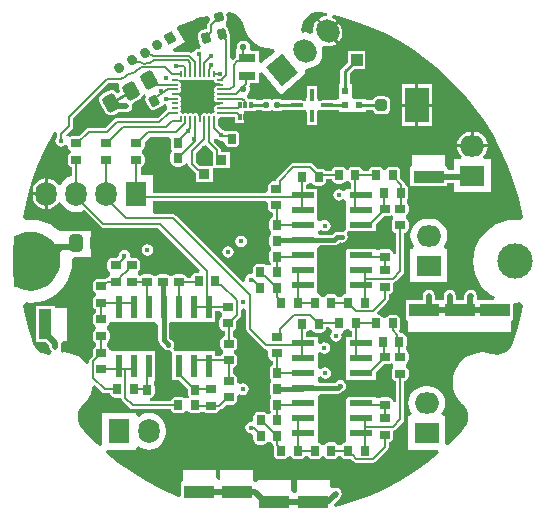
<source format=gtl>
G04*
G04 #@! TF.GenerationSoftware,Altium Limited,Altium Designer,20.0.13 (296)*
G04*
G04 Layer_Physical_Order=1*
G04 Layer_Color=255*
%FSLAX25Y25*%
%MOIN*%
G70*
G01*
G75*
%ADD10C,0.00600*%
%ADD13C,0.01000*%
G04:AMPARAMS|DCode=15|XSize=57.13mil|YSize=45.32mil|CornerRadius=11.33mil|HoleSize=0mil|Usage=FLASHONLY|Rotation=270.000|XOffset=0mil|YOffset=0mil|HoleType=Round|Shape=RoundedRectangle|*
%AMROUNDEDRECTD15*
21,1,0.05713,0.02266,0,0,270.0*
21,1,0.03447,0.04532,0,0,270.0*
1,1,0.02266,-0.01133,-0.01723*
1,1,0.02266,-0.01133,0.01723*
1,1,0.02266,0.01133,0.01723*
1,1,0.02266,0.01133,-0.01723*
%
%ADD15ROUNDEDRECTD15*%
%ADD16R,0.10236X0.04331*%
%ADD17R,0.02200X0.07800*%
%ADD18R,0.07800X0.02200*%
G04:AMPARAMS|DCode=19|XSize=35.43mil|YSize=29.53mil|CornerRadius=7.38mil|HoleSize=0mil|Usage=FLASHONLY|Rotation=90.000|XOffset=0mil|YOffset=0mil|HoleType=Round|Shape=RoundedRectangle|*
%AMROUNDEDRECTD19*
21,1,0.03543,0.01476,0,0,90.0*
21,1,0.02067,0.02953,0,0,90.0*
1,1,0.01476,0.00738,0.01034*
1,1,0.01476,0.00738,-0.01034*
1,1,0.01476,-0.00738,-0.01034*
1,1,0.01476,-0.00738,0.01034*
%
%ADD19ROUNDEDRECTD19*%
G04:AMPARAMS|DCode=20|XSize=35.43mil|YSize=29.53mil|CornerRadius=7.38mil|HoleSize=0mil|Usage=FLASHONLY|Rotation=180.000|XOffset=0mil|YOffset=0mil|HoleType=Round|Shape=RoundedRectangle|*
%AMROUNDEDRECTD20*
21,1,0.03543,0.01476,0,0,180.0*
21,1,0.02067,0.02953,0,0,180.0*
1,1,0.01476,-0.01034,0.00738*
1,1,0.01476,0.01034,0.00738*
1,1,0.01476,0.01034,-0.00738*
1,1,0.01476,-0.01034,-0.00738*
%
%ADD20ROUNDEDRECTD20*%
%ADD21R,0.04331X0.10236*%
G04:AMPARAMS|DCode=22|XSize=35.43mil|YSize=29.53mil|CornerRadius=7.38mil|HoleSize=0mil|Usage=FLASHONLY|Rotation=285.000|XOffset=0mil|YOffset=0mil|HoleType=Round|Shape=RoundedRectangle|*
%AMROUNDEDRECTD22*
21,1,0.03543,0.01476,0,0,285.0*
21,1,0.02067,0.02953,0,0,285.0*
1,1,0.01476,-0.00446,-0.01189*
1,1,0.01476,-0.00981,0.00807*
1,1,0.01476,0.00446,0.01189*
1,1,0.01476,0.00981,-0.00807*
%
%ADD22ROUNDEDRECTD22*%
G04:AMPARAMS|DCode=23|XSize=35.43mil|YSize=29.53mil|CornerRadius=7.38mil|HoleSize=0mil|Usage=FLASHONLY|Rotation=300.000|XOffset=0mil|YOffset=0mil|HoleType=Round|Shape=RoundedRectangle|*
%AMROUNDEDRECTD23*
21,1,0.03543,0.01476,0,0,300.0*
21,1,0.02067,0.02953,0,0,300.0*
1,1,0.01476,-0.00123,-0.01264*
1,1,0.01476,-0.01156,0.00526*
1,1,0.01476,0.00123,0.01264*
1,1,0.01476,0.01156,-0.00526*
%
%ADD23ROUNDEDRECTD23*%
G04:AMPARAMS|DCode=24|XSize=57.13mil|YSize=45.32mil|CornerRadius=11.33mil|HoleSize=0mil|Usage=FLASHONLY|Rotation=120.000|XOffset=0mil|YOffset=0mil|HoleType=Round|Shape=RoundedRectangle|*
%AMROUNDEDRECTD24*
21,1,0.05713,0.02266,0,0,120.0*
21,1,0.03447,0.04532,0,0,120.0*
1,1,0.02266,0.00119,0.02059*
1,1,0.02266,0.01843,-0.00926*
1,1,0.02266,-0.00119,-0.02059*
1,1,0.02266,-0.01843,0.00926*
%
%ADD24ROUNDEDRECTD24*%
%ADD25R,0.03937X0.03937*%
%ADD26R,0.08661X0.04134*%
%ADD27R,0.03937X0.01378*%
%ADD28R,0.01378X0.03937*%
%ADD29R,0.02362X0.02400*%
%ADD30R,0.02362X0.02362*%
%ADD31R,0.02362X0.02362*%
%ADD32R,0.01181X0.01968*%
G04:AMPARAMS|DCode=33|XSize=19.68mil|YSize=20.63mil|CornerRadius=4.92mil|HoleSize=0mil|Usage=FLASHONLY|Rotation=90.000|XOffset=0mil|YOffset=0mil|HoleType=Round|Shape=RoundedRectangle|*
%AMROUNDEDRECTD33*
21,1,0.01968,0.01079,0,0,90.0*
21,1,0.00984,0.02063,0,0,90.0*
1,1,0.00984,0.00539,0.00492*
1,1,0.00984,0.00539,-0.00492*
1,1,0.00984,-0.00539,-0.00492*
1,1,0.00984,-0.00539,0.00492*
%
%ADD33ROUNDEDRECTD33*%
%ADD34R,0.05512X0.02756*%
%ADD35R,0.03740X0.03347*%
%ADD37O,0.00787X0.02362*%
%ADD38O,0.02362X0.00787*%
G04:AMPARAMS|DCode=39|XSize=31.5mil|YSize=31.5mil|CornerRadius=7.87mil|HoleSize=0mil|Usage=FLASHONLY|Rotation=15.000|XOffset=0mil|YOffset=0mil|HoleType=Round|Shape=RoundedRectangle|*
%AMROUNDEDRECTD39*
21,1,0.03150,0.01575,0,0,15.0*
21,1,0.01575,0.03150,0,0,15.0*
1,1,0.01575,0.00964,-0.00557*
1,1,0.01575,-0.00557,-0.00964*
1,1,0.01575,-0.00964,0.00557*
1,1,0.01575,0.00557,0.00964*
%
%ADD39ROUNDEDRECTD39*%
G04:AMPARAMS|DCode=40|XSize=39.37mil|YSize=39.37mil|CornerRadius=9.84mil|HoleSize=0mil|Usage=FLASHONLY|Rotation=0.000|XOffset=0mil|YOffset=0mil|HoleType=Round|Shape=RoundedRectangle|*
%AMROUNDEDRECTD40*
21,1,0.03937,0.01968,0,0,0.0*
21,1,0.01968,0.03937,0,0,0.0*
1,1,0.01968,0.00984,-0.00984*
1,1,0.01968,-0.00984,-0.00984*
1,1,0.01968,-0.00984,0.00984*
1,1,0.01968,0.00984,0.00984*
%
%ADD40ROUNDEDRECTD40*%
%ADD41R,0.07874X0.11811*%
%ADD78R,0.11024X0.11024*%
%ADD79C,0.02000*%
%ADD80C,0.00800*%
%ADD81C,0.01500*%
%ADD82C,0.01155*%
%ADD83O,0.08268X0.07087*%
%ADD84R,0.08268X0.07087*%
%ADD85O,0.07087X0.08268*%
%ADD86R,0.07087X0.08268*%
G04:AMPARAMS|DCode=87|XSize=35.43mil|YSize=31.5mil|CornerRadius=0mil|HoleSize=0mil|Usage=FLASHONLY|Rotation=120.000|XOffset=0mil|YOffset=0mil|HoleType=Round|Shape=Rectangle|*
%AMROTATEDRECTD87*
4,1,4,0.02250,-0.00747,-0.00478,-0.02322,-0.02250,0.00747,0.00478,0.02322,0.02250,-0.00747,0.0*
%
%ADD87ROTATEDRECTD87*%

G04:AMPARAMS|DCode=88|XSize=35.43mil|YSize=31.5mil|CornerRadius=0mil|HoleSize=0mil|Usage=FLASHONLY|Rotation=120.000|XOffset=0mil|YOffset=0mil|HoleType=Round|Shape=Round|*
%AMOVALD88*
21,1,0.00394,0.03150,0.00000,0.00000,120.0*
1,1,0.03150,0.00098,-0.00171*
1,1,0.03150,-0.00098,0.00171*
%
%ADD88OVALD88*%

G04:AMPARAMS|DCode=89|XSize=70.87mil|YSize=82.68mil|CornerRadius=0mil|HoleSize=0mil|Usage=FLASHONLY|Rotation=40.000|XOffset=0mil|YOffset=0mil|HoleType=Round|Shape=Round|*
%AMOVALD89*
21,1,0.01181,0.07087,0.00000,0.00000,130.0*
1,1,0.07087,0.00380,-0.00452*
1,1,0.07087,-0.00380,0.00452*
%
%ADD89OVALD89*%

G04:AMPARAMS|DCode=90|XSize=70.87mil|YSize=82.68mil|CornerRadius=0mil|HoleSize=0mil|Usage=FLASHONLY|Rotation=40.000|XOffset=0mil|YOffset=0mil|HoleType=Round|Shape=Rectangle|*
%AMROTATEDRECTD90*
4,1,4,-0.00057,-0.05444,-0.05372,0.00889,0.00057,0.05444,0.05372,-0.00889,-0.00057,-0.05444,0.0*
%
%ADD90ROTATEDRECTD90*%

%ADD91C,0.11811*%
%ADD92C,0.01772*%
G36*
X16499Y82968D02*
X16499Y82968D01*
X16499Y82968D01*
X17471Y82759D01*
X18007Y82634D01*
X17914Y81629D01*
X17085Y81593D01*
X15944Y81233D01*
X15361Y80862D01*
X18322Y77332D01*
X21450Y79957D01*
X21391Y80026D01*
X20509Y80834D01*
X19848Y81178D01*
X20197Y82124D01*
X21898Y81727D01*
X27196Y80120D01*
X32378Y78170D01*
X37421Y75885D01*
X42304Y73275D01*
X47006Y70351D01*
X51506Y67126D01*
X55786Y63614D01*
X59827Y59829D01*
X63612Y55788D01*
X67124Y51508D01*
X70349Y47007D01*
X73273Y42305D01*
X75883Y37423D01*
X78168Y32379D01*
X80119Y27198D01*
X81726Y21899D01*
X82983Y16507D01*
X83315Y14496D01*
X82430Y13718D01*
X80709Y13854D01*
X78541Y13683D01*
X76428Y13176D01*
X74419Y12344D01*
X72566Y11208D01*
X70913Y9796D01*
X69501Y8143D01*
X68365Y6289D01*
X67533Y4281D01*
X67026Y2167D01*
X66855Y0D01*
X67026Y-2167D01*
X67533Y-4281D01*
X68365Y-6289D01*
X69501Y-8143D01*
X70913Y-9796D01*
X72566Y-11208D01*
X73890Y-12020D01*
X73608Y-13020D01*
X68002D01*
X67936Y-12020D01*
X68039Y-11500D01*
X67884Y-10720D01*
X67442Y-10058D01*
X66780Y-9616D01*
X66000Y-9461D01*
X65220Y-9616D01*
X64558Y-10058D01*
X64440Y-10176D01*
X63998Y-10838D01*
X63843Y-11618D01*
Y-13020D01*
X61039D01*
Y-11500D01*
X60884Y-10720D01*
X60442Y-10058D01*
X59780Y-9616D01*
X59000Y-9461D01*
X58220Y-9616D01*
X57558Y-10058D01*
X57116Y-10720D01*
X56961Y-11500D01*
Y-13020D01*
X54039D01*
Y-11500D01*
X53884Y-10720D01*
X53442Y-10058D01*
X52780Y-9616D01*
X52000Y-9461D01*
X51220Y-9616D01*
X50558Y-10058D01*
X50116Y-10720D01*
X49961Y-11500D01*
Y-13020D01*
X44382D01*
Y-18756D01*
X44382Y-19350D01*
X45000Y-20094D01*
Y-23500D01*
X55750D01*
X56000Y-23500D01*
X56750D01*
X57000Y-23500D01*
X67500D01*
X67750Y-23500D01*
X68500D01*
X68750Y-23500D01*
X79500D01*
Y-20094D01*
X80118Y-19350D01*
X80118Y-18756D01*
Y-14400D01*
X80709Y-13854D01*
X82430Y-13718D01*
X83315Y-14496D01*
X82983Y-16506D01*
X81726Y-21898D01*
X80408Y-26242D01*
X80077Y-27185D01*
X79709Y-28033D01*
X79426Y-28563D01*
X78698Y-29450D01*
X77811Y-30178D01*
X76799Y-30719D01*
X75701Y-31052D01*
X74560Y-31164D01*
X73418Y-31052D01*
X72834Y-30875D01*
X72823Y-30912D01*
X72823D01*
X72823Y-30912D01*
X72716Y-30891D01*
X71831Y-30622D01*
X69895Y-30432D01*
X67959Y-30622D01*
X66098Y-31187D01*
X64383Y-32104D01*
X62879Y-33338D01*
X61645Y-34841D01*
X60728Y-36557D01*
X60164Y-38418D01*
X59973Y-40354D01*
X60164Y-42289D01*
X60728Y-44150D01*
X61645Y-45866D01*
X62879Y-47369D01*
X63163Y-47631D01*
X63339Y-47776D01*
X64067Y-48663D01*
X64608Y-49674D01*
X64941Y-50772D01*
X65053Y-51914D01*
X64941Y-53056D01*
X64608Y-54154D01*
X64158Y-54994D01*
X63582Y-55756D01*
X62930Y-56514D01*
X59827Y-59827D01*
X58340Y-61220D01*
X57422Y-60823D01*
Y-51757D01*
X56707D01*
X56213Y-50757D01*
X56721Y-50095D01*
X57279Y-48747D01*
X57470Y-47300D01*
X57279Y-45853D01*
X56721Y-44504D01*
X55832Y-43346D01*
X54674Y-42458D01*
X53326Y-41899D01*
X51879Y-41709D01*
X50698D01*
X49251Y-41899D01*
X47902Y-42458D01*
X46744Y-43346D01*
X45856Y-44504D01*
X45297Y-45853D01*
X45107Y-47300D01*
X45297Y-48747D01*
X45856Y-50095D01*
X46363Y-50757D01*
X45870Y-51757D01*
X45154D01*
Y-62843D01*
X55146D01*
X55504Y-63843D01*
X51506Y-67124D01*
X47006Y-70349D01*
X42304Y-73273D01*
X37421Y-75883D01*
X32378Y-78168D01*
X27196Y-80118D01*
X21898Y-81726D01*
X20821Y-81977D01*
X20316Y-81068D01*
X22442Y-78942D01*
X22884Y-78280D01*
X23039Y-77500D01*
X22884Y-76720D01*
X22442Y-76058D01*
X21780Y-75616D01*
X21000Y-75461D01*
X20220Y-75616D01*
X20000Y-75763D01*
X19000Y-75230D01*
Y-73000D01*
X8000D01*
Y-77000D01*
X7382Y-77150D01*
X6938Y-77150D01*
X6000Y-76406D01*
Y-73000D01*
X-5000D01*
Y-73364D01*
X-5882Y-73650D01*
X-6500Y-72906D01*
Y-69500D01*
X-17500D01*
Y-72906D01*
X-17650Y-73086D01*
X-18075Y-73086D01*
X-19000Y-72148D01*
Y-69500D01*
X-30000D01*
Y-72906D01*
X-30618Y-73650D01*
X-30618Y-74244D01*
Y-77952D01*
X-31440Y-78522D01*
X-32379Y-78168D01*
X-37423Y-75883D01*
X-42305Y-73273D01*
X-47007Y-70349D01*
X-51508Y-67124D01*
X-55477Y-63867D01*
X-55119Y-62867D01*
X-45757D01*
Y-62151D01*
X-44757Y-61658D01*
X-44096Y-62166D01*
X-42747Y-62724D01*
X-41300Y-62915D01*
X-39853Y-62724D01*
X-38504Y-62166D01*
X-37346Y-61277D01*
X-36458Y-60119D01*
X-35899Y-58771D01*
X-35709Y-57324D01*
Y-56142D01*
X-35899Y-54695D01*
X-36458Y-53347D01*
X-37346Y-52189D01*
X-38504Y-51301D01*
X-39853Y-50742D01*
X-41300Y-50551D01*
X-42747Y-50742D01*
X-44096Y-51301D01*
X-44757Y-51808D01*
X-45757Y-51315D01*
Y-50599D01*
X-56843D01*
Y-61366D01*
X-57761Y-61764D01*
X-59829Y-59827D01*
X-62932Y-56514D01*
X-63584Y-55756D01*
X-64160Y-54994D01*
X-64609Y-54154D01*
X-64943Y-53056D01*
X-65055Y-51914D01*
X-64943Y-50772D01*
X-64609Y-49674D01*
X-64069Y-48663D01*
X-63341Y-47776D01*
X-63165Y-47631D01*
X-63165Y-47631D01*
X-62881Y-47369D01*
X-61647Y-45866D01*
X-60730Y-44150D01*
X-60165Y-42289D01*
X-60110Y-41732D01*
X-59169Y-41395D01*
X-56893Y-43670D01*
X-56463Y-43958D01*
X-55956Y-44058D01*
X-54408D01*
X-54331Y-44445D01*
X-53947Y-45020D01*
X-53372Y-45404D01*
X-52694Y-45539D01*
X-51218D01*
X-50525Y-45489D01*
X-50425Y-45996D01*
X-50425Y-45996D01*
X-50137Y-46426D01*
X-47693Y-48870D01*
X-47263Y-49158D01*
X-46756Y-49259D01*
X-33908D01*
X-33831Y-49645D01*
X-33447Y-50220D01*
X-32872Y-50604D01*
X-32194Y-50739D01*
X-30718D01*
X-30040Y-50604D01*
X-29465Y-50220D01*
X-29256Y-49907D01*
X-29066Y-49854D01*
X-28334D01*
X-28144Y-49907D01*
X-27935Y-50220D01*
X-27360Y-50604D01*
X-26682Y-50739D01*
X-25206D01*
X-24528Y-50604D01*
X-23953Y-50220D01*
X-22787Y-50180D01*
X-22212Y-50564D01*
X-21533Y-50699D01*
X-19466D01*
X-18788Y-50564D01*
X-18213Y-50180D01*
X-17829Y-49605D01*
X-17810Y-49511D01*
X-17319Y-49413D01*
X-16889Y-49126D01*
X-15687Y-47925D01*
X-13723D01*
X-13044Y-47790D01*
X-12469Y-47406D01*
X-12085Y-46831D01*
X-11950Y-46152D01*
Y-44839D01*
X-11533Y-44508D01*
X-11006Y-44296D01*
X-10736Y-44476D01*
X-10000Y-44623D01*
X-9264Y-44476D01*
X-8640Y-44060D01*
X-8224Y-43436D01*
X-8077Y-42700D01*
X-8224Y-41964D01*
X-8640Y-41340D01*
X-9264Y-40924D01*
X-10000Y-40777D01*
X-10736Y-40924D01*
X-11025Y-41117D01*
X-11736Y-40751D01*
X-11950Y-40561D01*
Y-39164D01*
X-12085Y-38486D01*
X-12469Y-37911D01*
X-13044Y-37527D01*
X-13430Y-37450D01*
Y-35495D01*
X-13044Y-35418D01*
X-12469Y-35034D01*
X-12085Y-34459D01*
X-11950Y-33780D01*
Y-32304D01*
X-12085Y-31626D01*
X-12469Y-31051D01*
X-12782Y-30842D01*
X-12835Y-30652D01*
Y-29921D01*
X-12782Y-29731D01*
X-12469Y-29522D01*
X-12085Y-28947D01*
X-11950Y-28269D01*
Y-26792D01*
X-12085Y-26114D01*
X-12469Y-25539D01*
X-13044Y-25155D01*
X-13430Y-25078D01*
Y-23160D01*
X-13288Y-23131D01*
X-12713Y-22747D01*
X-12329Y-22172D01*
X-12194Y-21494D01*
Y-20018D01*
X-12200Y-19989D01*
X-11063Y-18851D01*
X-10775Y-18421D01*
X-10674Y-17914D01*
Y-16368D01*
X-9800Y-15523D01*
X-8826Y-16328D01*
Y-22756D01*
X-8725Y-23263D01*
X-8437Y-23693D01*
X-3193Y-28937D01*
X-2763Y-29225D01*
X-2436Y-29290D01*
X-1942Y-29638D01*
X-1562Y-30018D01*
Y-31494D01*
X-1427Y-32172D01*
X-1043Y-32747D01*
X-468Y-33131D01*
X119Y-33248D01*
Y-34667D01*
X28Y-34685D01*
X-547Y-35069D01*
X-931Y-35644D01*
X-1066Y-36322D01*
Y-38389D01*
X-931Y-39068D01*
X-547Y-39643D01*
Y-40319D01*
X-931Y-40894D01*
X-1066Y-41572D01*
Y-43639D01*
X-931Y-44318D01*
X-547Y-44892D01*
Y-45569D01*
X-931Y-46144D01*
X-1066Y-46822D01*
Y-48889D01*
X-931Y-49568D01*
X-547Y-50143D01*
Y-50350D01*
X-993Y-50790D01*
X-2076Y-50819D01*
X-2651Y-50435D01*
X-3330Y-50300D01*
X-4806D01*
X-5484Y-50435D01*
X-6059Y-50819D01*
X-6443Y-51394D01*
X-6578Y-52072D01*
Y-53021D01*
X-7256Y-53577D01*
X-7992Y-53724D01*
X-8615Y-54140D01*
X-9032Y-54764D01*
X-9179Y-55500D01*
X-9032Y-56236D01*
X-8615Y-56860D01*
X-7992Y-57276D01*
X-7256Y-57423D01*
X-6578Y-58308D01*
Y-59389D01*
X-6443Y-60068D01*
X-6059Y-60642D01*
X-5484Y-61027D01*
X-4806Y-61162D01*
X-3330D01*
X-2651Y-61027D01*
X-2076Y-60642D01*
X-1867Y-60330D01*
X-1678Y-60277D01*
X-946D01*
X-756Y-60330D01*
X-547Y-60642D01*
X28Y-61027D01*
X119Y-61045D01*
Y-61210D01*
X219Y-61717D01*
X380Y-61957D01*
X347Y-62122D01*
Y-64189D01*
X482Y-64868D01*
X866Y-65443D01*
X1441Y-65827D01*
X2119Y-65962D01*
X3596D01*
X4274Y-65827D01*
X4849Y-65443D01*
X5058Y-65130D01*
X5248Y-65077D01*
X5979D01*
X6169Y-65130D01*
X6378Y-65443D01*
X6953Y-65827D01*
X7631Y-65962D01*
X9108D01*
X9786Y-65827D01*
X10361Y-65443D01*
X10633Y-65035D01*
X11160Y-64946D01*
X11204D01*
X11731Y-65035D01*
X12004Y-65443D01*
X12578Y-65827D01*
X13257Y-65962D01*
X14733D01*
X15411Y-65827D01*
X15986Y-65443D01*
X16195Y-65130D01*
X16385Y-65077D01*
X17117D01*
X17306Y-65130D01*
X17515Y-65443D01*
X18090Y-65827D01*
X18768Y-65962D01*
X20245D01*
X20923Y-65827D01*
X21498Y-65443D01*
X21770Y-65035D01*
X22298Y-64945D01*
X22341D01*
X22869Y-65035D01*
X23141Y-65443D01*
X23716Y-65827D01*
X24394Y-65962D01*
X25870D01*
X26032Y-65930D01*
X26867Y-66765D01*
X27297Y-67052D01*
X27804Y-67153D01*
X33417D01*
X33924Y-67052D01*
X34354Y-66765D01*
X38225Y-62893D01*
X38513Y-62463D01*
X38614Y-61956D01*
Y-60408D01*
X39000Y-60331D01*
X39575Y-59947D01*
X39959Y-59372D01*
X40094Y-58694D01*
Y-57218D01*
X40044Y-56525D01*
X40551Y-56425D01*
X40551Y-56425D01*
X40981Y-56137D01*
X43425Y-53693D01*
X43713Y-53263D01*
X43814Y-52756D01*
Y-39908D01*
X44200Y-39831D01*
X44775Y-39447D01*
X45159Y-38872D01*
X45294Y-38194D01*
Y-36718D01*
X45159Y-36040D01*
X44775Y-35465D01*
X44462Y-35256D01*
X44409Y-35066D01*
Y-34334D01*
X44462Y-34144D01*
X44775Y-33935D01*
X45159Y-33360D01*
X45294Y-32682D01*
Y-31206D01*
X45159Y-30528D01*
X44775Y-29953D01*
X44709Y-29909D01*
X44278Y-29278D01*
X44454Y-28627D01*
X44531Y-28512D01*
X44666Y-27834D01*
Y-25767D01*
X44531Y-25088D01*
X44147Y-24513D01*
X43572Y-24129D01*
X42894Y-23994D01*
X42653D01*
X42421Y-23647D01*
X41948Y-23173D01*
X41961Y-23043D01*
X42345Y-22468D01*
X42480Y-21789D01*
Y-19722D01*
X42345Y-19044D01*
X41961Y-18469D01*
X41386Y-18085D01*
X40707Y-17950D01*
X39231D01*
X38553Y-18085D01*
X37978Y-18469D01*
X37769Y-18782D01*
X37579Y-18835D01*
X36848D01*
X36658Y-18782D01*
X36449Y-18469D01*
X35874Y-18085D01*
X35196Y-17950D01*
X35161D01*
X34747Y-16950D01*
X38170Y-13527D01*
X38458Y-13097D01*
X38559Y-12590D01*
Y-11042D01*
X38945Y-10965D01*
X39520Y-10581D01*
X39904Y-10006D01*
X40039Y-9328D01*
Y-7852D01*
X39989Y-7159D01*
X40496Y-7058D01*
X40496Y-7058D01*
X40926Y-6771D01*
X43370Y-4327D01*
X43658Y-3897D01*
X43759Y-3390D01*
Y9458D01*
X44145Y9535D01*
X44720Y9919D01*
X45104Y10494D01*
X45239Y11172D01*
Y12648D01*
X45104Y13327D01*
X44720Y13902D01*
X44407Y14111D01*
X44354Y14300D01*
Y15032D01*
X44407Y15222D01*
X44720Y15431D01*
X45104Y16006D01*
X45239Y16684D01*
Y18160D01*
X45104Y18838D01*
X44720Y19413D01*
X44680Y20580D01*
X45064Y21155D01*
X45199Y21833D01*
Y23900D01*
X45064Y24578D01*
X44680Y25153D01*
X44105Y25537D01*
X44011Y25556D01*
X43914Y26047D01*
X43626Y26477D01*
X42425Y27679D01*
Y29644D01*
X42290Y30322D01*
X41906Y30897D01*
X41331Y31281D01*
X40652Y31416D01*
X39176D01*
X38498Y31281D01*
X37923Y30897D01*
X37714Y30584D01*
X37524Y30531D01*
X36793D01*
X36603Y30584D01*
X36394Y30897D01*
X35819Y31281D01*
X35141Y31416D01*
X33664D01*
X32986Y31281D01*
X32411Y30897D01*
X32027Y30322D01*
X31950Y29936D01*
X29994D01*
X29918Y30322D01*
X29533Y30897D01*
X28959Y31281D01*
X28280Y31416D01*
X26804D01*
X26126Y31281D01*
X25551Y30897D01*
X25342Y30584D01*
X25152Y30531D01*
X24421D01*
X24231Y30584D01*
X24022Y30897D01*
X23447Y31281D01*
X22769Y31416D01*
X21292D01*
X20614Y31281D01*
X20039Y30897D01*
X19655Y30322D01*
X19578Y29936D01*
X17482D01*
X17247Y30287D01*
X16672Y30671D01*
X15994Y30806D01*
X14879D01*
X14789Y30866D01*
X13352Y32303D01*
X12922Y32591D01*
X12414Y32692D01*
X6866D01*
X6359Y32591D01*
X5929Y32303D01*
X1397Y27771D01*
X1110Y27341D01*
X1009Y26834D01*
Y26632D01*
X155D01*
X-523Y26498D01*
X-1098Y26113D01*
X-1482Y25539D01*
X-1617Y24860D01*
Y23384D01*
X-2499Y22692D01*
X-39957D01*
Y28634D01*
X-44073D01*
Y31312D01*
X-43788Y31369D01*
X-43213Y31753D01*
X-42829Y32328D01*
X-42694Y33006D01*
Y34482D01*
X-42829Y35160D01*
X-43213Y35735D01*
X-43526Y35944D01*
X-43579Y36134D01*
Y36866D01*
X-43526Y37056D01*
X-43213Y37265D01*
X-42829Y37839D01*
X-42694Y38518D01*
Y39748D01*
X-40969Y41473D01*
X-34767D01*
X-34071Y40473D01*
X-34099Y40334D01*
Y38267D01*
X-33964Y37588D01*
X-33955Y37576D01*
X-33689Y36754D01*
X-33977Y36076D01*
X-34020Y36012D01*
X-34154Y35333D01*
Y33266D01*
X-34020Y32588D01*
X-33635Y32013D01*
X-33061Y31629D01*
X-32382Y31494D01*
X-30906D01*
X-30228Y31629D01*
X-29653Y32013D01*
X-29326Y32503D01*
X-28835Y32548D01*
X-28326Y32500D01*
X-28225Y31993D01*
X-27937Y31563D01*
X-25947Y29572D01*
X-25724Y29424D01*
Y26463D01*
X-19984D01*
Y30991D01*
X-14276D01*
Y36337D01*
X-17290D01*
Y36916D01*
X-17391Y37423D01*
X-17679Y37853D01*
X-19563Y39738D01*
X-19470Y40670D01*
X-18560Y40640D01*
X-17936Y40224D01*
X-17200Y40077D01*
X-17166Y40084D01*
X-16800Y39931D01*
X-16104Y39353D01*
X-16031Y38988D01*
X-15647Y38413D01*
X-15072Y38029D01*
X-14394Y37894D01*
X-12918D01*
X-12240Y38029D01*
X-11665Y38413D01*
X-11280Y38988D01*
X-11146Y39667D01*
Y41734D01*
X-11280Y42412D01*
X-11665Y42987D01*
X-12240Y43371D01*
X-12918Y43506D01*
X-14394D01*
X-15072Y43371D01*
X-15840Y43360D01*
X-16464Y43776D01*
X-17080Y43899D01*
X-18248Y45067D01*
Y47216D01*
X-17931Y47664D01*
X-17483Y47980D01*
X-12691D01*
Y46116D01*
X-9509D01*
Y50053D01*
X-5573D01*
Y50410D01*
X-3701D01*
X-3241Y50102D01*
X-2658Y49986D01*
X-1579D01*
X-997Y50102D01*
X-300Y50358D01*
X397Y50102D01*
X979Y49986D01*
X2058D01*
X2640Y50102D01*
X3073Y50392D01*
X5131D01*
Y50311D01*
X10332D01*
X11068Y50311D01*
X11332Y49420D01*
Y45488D01*
X14710D01*
Y49420D01*
X14974Y50311D01*
X15710Y50311D01*
X20911D01*
Y50392D01*
X21919D01*
Y49800D01*
X25651D01*
X26281Y49800D01*
X27273Y49819D01*
X31005D01*
Y50392D01*
X33317D01*
X33347Y50242D01*
X33785Y49585D01*
X34442Y49147D01*
X35216Y48993D01*
X37184D01*
X37958Y49147D01*
X38615Y49585D01*
X39053Y50242D01*
X39207Y51016D01*
Y52984D01*
X39053Y53759D01*
X38615Y54415D01*
X37958Y54853D01*
X37184Y55007D01*
X35216D01*
X34442Y54853D01*
X33785Y54415D01*
X33347Y53759D01*
X33317Y53608D01*
X31005D01*
Y54181D01*
X27273D01*
X27124Y54184D01*
X26535Y54435D01*
X26281Y55031D01*
X26281Y55200D01*
Y58906D01*
X25708D01*
Y62639D01*
X27201Y64131D01*
X30863D01*
Y70069D01*
X24926D01*
Y66406D01*
X22963Y64443D01*
X22614Y63921D01*
X22492Y63305D01*
Y58906D01*
X21919D01*
Y55200D01*
X21919Y54543D01*
X21814Y53922D01*
X20911Y53689D01*
X20911Y53689D01*
X20911Y53689D01*
X15710D01*
X14974Y53689D01*
X14710Y54580D01*
Y58512D01*
X11332D01*
Y54580D01*
X11068Y53689D01*
X10332Y53689D01*
X5131D01*
Y53608D01*
X3073D01*
X2640Y53898D01*
X2058Y54014D01*
X979D01*
X397Y53898D01*
X-300Y53642D01*
X-997Y53898D01*
X-1579Y54014D01*
X-2658D01*
X-3241Y53898D01*
X-3646Y53627D01*
X-5573D01*
Y54021D01*
X-8106D01*
X-8313Y54331D01*
X-8313Y54331D01*
X-8586Y54605D01*
X-8612Y54835D01*
X-8381Y55814D01*
X-8204Y55932D01*
X-7874Y56426D01*
X-7758Y57008D01*
Y57992D01*
X-7825Y58328D01*
X-7594Y58674D01*
X-7493Y59181D01*
Y59269D01*
X-4744D01*
Y62750D01*
X-3744Y63113D01*
X2636Y55510D01*
X11129Y62637D01*
X10669Y63184D01*
X11118Y64205D01*
X11951Y64241D01*
X13342Y64680D01*
X14573Y65465D01*
X15560Y66541D01*
X16233Y67835D01*
X16549Y69260D01*
X16486Y70718D01*
X16362Y71112D01*
X16845Y71626D01*
X17179Y71846D01*
X18241Y71610D01*
X19436Y71663D01*
X20577Y72022D01*
X21160Y72394D01*
X17877Y76306D01*
X14595Y80219D01*
X14127Y79709D01*
X13575Y78648D01*
X13316Y77480D01*
X13363Y76393D01*
X13089Y76102D01*
X12499Y75716D01*
X12133Y75906D01*
X10708Y76222D01*
X9912Y76187D01*
X9591Y76499D01*
X9241Y77159D01*
X9385Y77635D01*
X9556Y78179D01*
X9562Y78189D01*
X9663Y78519D01*
X9663Y78519D01*
X9951Y79468D01*
X10492Y80480D01*
X11220Y81367D01*
X12106Y82095D01*
X13118Y82635D01*
X14216Y82968D01*
X15358Y83081D01*
X16499Y82968D01*
D02*
G37*
G36*
X-20879Y81073D02*
X-20796Y80451D01*
X-21437Y79810D01*
X-21725Y79380D01*
X-21825Y78873D01*
Y77324D01*
X-22375Y77288D01*
X-23801Y76906D01*
X-24421Y76600D01*
X-24877Y76080D01*
X-25100Y75425D01*
X-25054Y74735D01*
X-24519Y72739D01*
X-24214Y72119D01*
X-23870Y71817D01*
X-24230Y70869D01*
X-24500Y70923D01*
X-25236Y70776D01*
X-25860Y70360D01*
X-26156Y69916D01*
X-26269Y69791D01*
X-26875Y69566D01*
X-26907Y69557D01*
X-27122Y69506D01*
X-27344Y69496D01*
X-27487Y69524D01*
X-27729Y69577D01*
X-32901Y69665D01*
X-33151Y70633D01*
X-29256Y72882D01*
X-31936Y77522D01*
X-31599Y78464D01*
X-27198Y80120D01*
X-21899Y81727D01*
X-21834Y81742D01*
X-20879Y81073D01*
D02*
G37*
G36*
X-14218Y82968D02*
X-13120Y82635D01*
X-12108Y82095D01*
X-11221Y81367D01*
X-10493Y80480D01*
X-9953Y79468D01*
X-9665Y78519D01*
X-9665Y78519D01*
X-9564Y78189D01*
X-9558Y78179D01*
X-9386Y77635D01*
X-9167Y76913D01*
X-8251Y75197D01*
X-7017Y73694D01*
X-5513Y72460D01*
X-3798Y71543D01*
X-1936Y70978D01*
X-1Y70788D01*
X229Y70810D01*
X635Y69845D01*
X-3838Y66092D01*
X-4744Y66515D01*
Y69931D01*
X-7030D01*
X-7136Y69992D01*
X-7773Y70931D01*
X-7758Y71008D01*
Y71992D01*
X-7874Y72574D01*
X-8204Y73068D01*
X-8697Y73398D01*
X-9279Y73514D01*
X-10358D01*
X-10941Y73398D01*
X-11434Y73068D01*
X-11764Y72574D01*
X-11880Y71992D01*
Y71008D01*
X-11864Y70931D01*
X-12256Y69931D01*
X-12256D01*
Y67931D01*
X-12312Y67920D01*
X-12742Y67633D01*
X-13174Y67200D01*
X-14175Y67614D01*
Y73834D01*
X-14275Y74341D01*
X-14390Y74512D01*
X-14300Y74775D01*
X-14346Y75465D01*
X-14881Y77461D01*
X-15186Y78082D01*
X-15558Y78408D01*
X-15641Y78584D01*
X-15718Y79030D01*
X-15730Y79602D01*
X-15515Y79847D01*
X-15286Y80520D01*
X-15333Y81230D01*
X-15554Y82057D01*
X-15525Y82211D01*
X-14786Y83024D01*
X-14218Y82968D01*
D02*
G37*
G36*
X-51255Y58828D02*
X-51182Y58481D01*
X-51312Y58217D01*
X-51367Y57371D01*
X-51095Y56567D01*
X-51061Y56510D01*
X-51865Y55902D01*
X-51929Y55918D01*
X-52488Y56556D01*
X-53249Y56931D01*
X-54096Y56987D01*
X-54899Y56714D01*
X-56862Y55581D01*
X-57499Y55022D01*
X-57875Y54261D01*
X-57930Y53414D01*
X-57657Y52610D01*
X-55934Y49625D01*
X-55375Y48987D01*
X-54614Y48612D01*
X-53767Y48557D01*
X-52964Y48829D01*
X-51359Y49755D01*
X-49740D01*
X-49680Y49716D01*
X-48900Y49561D01*
X-48120Y49716D01*
X-47458Y50158D01*
X-47016Y50820D01*
X-46861Y51600D01*
X-47016Y52380D01*
X-46180Y52913D01*
X-44438Y53919D01*
X-43801Y54478D01*
X-43425Y55239D01*
X-42660Y55550D01*
X-42390Y54648D01*
X-42481Y54462D01*
X-42526Y53772D01*
X-42304Y53118D01*
X-41271Y51328D01*
X-40815Y50808D01*
X-40195Y50502D01*
X-39505Y50457D01*
X-38850Y50679D01*
X-37571Y51417D01*
X-37051Y51873D01*
X-36236Y52324D01*
X-35729Y52223D01*
X-35220Y51291D01*
X-35435Y50595D01*
X-35702Y50417D01*
X-35702Y50417D01*
X-38391Y47727D01*
X-51900D01*
X-52446Y47619D01*
X-52909Y47309D01*
X-52909Y47309D01*
X-55730Y44489D01*
X-61399D01*
X-61945Y44381D01*
X-62408Y44071D01*
X-62408Y44071D01*
X-64713Y41766D01*
X-66533D01*
X-67212Y41631D01*
X-67409Y41500D01*
X-68486Y41660D01*
X-68649Y41757D01*
X-68833Y42120D01*
X-68715Y42311D01*
X-66963Y44063D01*
X-66675Y44493D01*
X-66575Y45000D01*
Y47651D01*
X-54731Y59495D01*
X-51749D01*
X-51255Y58828D01*
D02*
G37*
G36*
X-31592Y60800D02*
X-31560Y60752D01*
X-31165Y60488D01*
X-30699Y60395D01*
X-30233Y60488D01*
X-29912Y60703D01*
X-29590Y60488D01*
X-29124Y60395D01*
X-28659Y60488D01*
X-28337Y60703D01*
X-28015Y60488D01*
X-27550Y60395D01*
X-27084Y60488D01*
X-26762Y60703D01*
X-26441Y60488D01*
X-25975Y60395D01*
X-25509Y60488D01*
X-25187Y60703D01*
X-24866Y60488D01*
X-24400Y60395D01*
X-23934Y60488D01*
X-23613Y60703D01*
X-23291Y60488D01*
X-22825Y60395D01*
X-22359Y60488D01*
X-22038Y60703D01*
X-21716Y60488D01*
X-21250Y60395D01*
X-20785Y60488D01*
X-20463Y60703D01*
X-20141Y60488D01*
X-19706Y60401D01*
X-19619Y59966D01*
X-19355Y59571D01*
X-18960Y59307D01*
X-18495Y59214D01*
X-17707D01*
Y58499D01*
X-18495D01*
X-18960Y58406D01*
X-19355Y58143D01*
X-19619Y57748D01*
X-19712Y57282D01*
X-19619Y56816D01*
X-19404Y56494D01*
X-19619Y56173D01*
X-19712Y55707D01*
X-19619Y55241D01*
X-19404Y54920D01*
X-19619Y54598D01*
X-19712Y54132D01*
X-19619Y53667D01*
X-19355Y53272D01*
X-18960Y53008D01*
X-18495Y52915D01*
X-17739D01*
X-17707Y52909D01*
Y52206D01*
X-17739Y52200D01*
X-18495D01*
X-18960Y52107D01*
X-19355Y51843D01*
X-19619Y51448D01*
X-19712Y50983D01*
X-19619Y50517D01*
X-19404Y50195D01*
X-19619Y49874D01*
X-19706Y49438D01*
X-20141Y49351D01*
X-20463Y49136D01*
X-20785Y49351D01*
X-21250Y49444D01*
X-21716Y49351D01*
X-22038Y49136D01*
X-22359Y49351D01*
X-22825Y49444D01*
X-23291Y49351D01*
X-23686Y49087D01*
X-23950Y48693D01*
X-24042Y48227D01*
Y47439D01*
X-24751D01*
X-24758Y47472D01*
Y48227D01*
X-24850Y48693D01*
X-25114Y49087D01*
X-25509Y49351D01*
X-25975Y49444D01*
X-26441Y49351D01*
X-26762Y49136D01*
X-27084Y49351D01*
X-27550Y49444D01*
X-28015Y49351D01*
X-28337Y49136D01*
X-28659Y49351D01*
X-29124Y49444D01*
X-29590Y49351D01*
X-29912Y49136D01*
X-30233Y49351D01*
X-30669Y49438D01*
X-30756Y49874D01*
X-30971Y50195D01*
X-30756Y50517D01*
X-30663Y50983D01*
X-30756Y51448D01*
X-30971Y51770D01*
X-30756Y52092D01*
X-30663Y52557D01*
X-30756Y53023D01*
X-30971Y53345D01*
X-30756Y53667D01*
X-30663Y54132D01*
X-30756Y54598D01*
X-31020Y54993D01*
X-31415Y55257D01*
X-31880Y55349D01*
X-32635D01*
X-32668Y55356D01*
Y56058D01*
X-32636Y56065D01*
X-31880D01*
X-31415Y56157D01*
X-31020Y56421D01*
X-30756Y56816D01*
X-30663Y57282D01*
X-30756Y57748D01*
X-30971Y58069D01*
X-30756Y58391D01*
X-30663Y58857D01*
X-30756Y59323D01*
X-31020Y59717D01*
X-31414Y59981D01*
X-31880Y60074D01*
X-32250D01*
X-32439Y60526D01*
X-32155Y60856D01*
X-31592Y60800D01*
D02*
G37*
G36*
X-20649Y37075D02*
X-20016Y36337D01*
Y31809D01*
X-24100D01*
X-24228Y31835D01*
X-24460D01*
X-25675Y33049D01*
Y36151D01*
X-23312Y38514D01*
X-22188Y38613D01*
X-20649Y37075D01*
D02*
G37*
G36*
X-71825Y42807D02*
X-71925Y42300D01*
Y41482D01*
X-71960Y41460D01*
X-72376Y40836D01*
X-72523Y40100D01*
X-72376Y39364D01*
X-71960Y38740D01*
X-71336Y38324D01*
X-70600Y38177D01*
X-69864Y38324D01*
X-69306Y38697D01*
X-68715Y38591D01*
X-68278Y38380D01*
X-68171Y37839D01*
X-67787Y37265D01*
X-67474Y37056D01*
X-67421Y36866D01*
Y36134D01*
X-67474Y35944D01*
X-67787Y35735D01*
X-68171Y35160D01*
X-68306Y34482D01*
Y33006D01*
X-68171Y32328D01*
X-67787Y31753D01*
X-67212Y31369D01*
X-66927Y31312D01*
Y28494D01*
X-66947Y28491D01*
X-68296Y27933D01*
X-69454Y27044D01*
X-70342Y25886D01*
X-70500Y25505D01*
X-71200Y25421D01*
X-71598Y25468D01*
X-72260Y26331D01*
X-73209Y27059D01*
X-74314Y27517D01*
X-75000Y27607D01*
Y22500D01*
Y17393D01*
X-74314Y17483D01*
X-73209Y17941D01*
X-72260Y18669D01*
X-71598Y19532D01*
X-71200Y19579D01*
X-70500Y19495D01*
X-70342Y19114D01*
X-69454Y17956D01*
X-68296Y17067D01*
X-66947Y16509D01*
X-65500Y16318D01*
X-64053Y16509D01*
X-62872Y16998D01*
X-57437Y11563D01*
X-57007Y11275D01*
X-56500Y11174D01*
X-38238D01*
X-24180Y-2883D01*
X-24594Y-3883D01*
X-25494D01*
X-26172Y-4018D01*
X-26747Y-4402D01*
X-27131Y-4977D01*
X-27248Y-5564D01*
X-28667D01*
X-28685Y-5473D01*
X-29069Y-4898D01*
X-29644Y-4513D01*
X-30322Y-4378D01*
X-32389D01*
X-33068Y-4513D01*
X-33643Y-4898D01*
X-34319D01*
X-34894Y-4513D01*
X-35572Y-4378D01*
X-37639D01*
X-38318Y-4513D01*
X-38892Y-4898D01*
X-39569D01*
X-40144Y-4513D01*
X-40822Y-4378D01*
X-42889D01*
X-43568Y-4513D01*
X-44142Y-4898D01*
X-44350D01*
X-44790Y-4451D01*
X-44819Y-3368D01*
X-44435Y-2794D01*
X-44300Y-2115D01*
Y-639D01*
X-44435Y39D01*
X-44819Y614D01*
X-45394Y998D01*
X-46072Y1133D01*
X-47021D01*
X-47577Y1811D01*
X-47724Y2547D01*
X-48140Y3171D01*
X-48764Y3587D01*
X-49500Y3734D01*
X-50236Y3587D01*
X-50860Y3171D01*
X-51276Y2547D01*
X-51423Y1811D01*
X-52308Y1133D01*
X-53389D01*
X-54068Y998D01*
X-54642Y614D01*
X-55027Y39D01*
X-55162Y-639D01*
Y-2115D01*
X-55027Y-2794D01*
X-54642Y-3368D01*
X-54330Y-3577D01*
X-54277Y-3767D01*
Y-4499D01*
X-54330Y-4689D01*
X-54642Y-4898D01*
X-55027Y-5473D01*
X-55045Y-5564D01*
X-55210D01*
X-55717Y-5664D01*
X-55957Y-5825D01*
X-56122Y-5792D01*
X-58189D01*
X-58868Y-5927D01*
X-59443Y-6311D01*
X-59827Y-6886D01*
X-59962Y-7564D01*
Y-9041D01*
X-59827Y-9719D01*
X-59443Y-10294D01*
X-59130Y-10503D01*
X-59077Y-10693D01*
Y-11424D01*
X-59130Y-11614D01*
X-59443Y-11823D01*
X-59827Y-12398D01*
X-59962Y-13076D01*
Y-14552D01*
X-59827Y-15231D01*
X-59443Y-15806D01*
X-59035Y-16078D01*
X-58945Y-16605D01*
Y-16648D01*
X-59035Y-17176D01*
X-59443Y-17448D01*
X-59827Y-18023D01*
X-59962Y-18702D01*
Y-20178D01*
X-59827Y-20856D01*
X-59443Y-21431D01*
X-59130Y-21640D01*
X-59077Y-21830D01*
Y-22561D01*
X-59130Y-22751D01*
X-59443Y-22960D01*
X-59827Y-23535D01*
X-59962Y-24213D01*
Y-25690D01*
X-59827Y-26368D01*
X-59443Y-26943D01*
X-59035Y-27215D01*
X-58945Y-27743D01*
Y-27786D01*
X-59035Y-28313D01*
X-59443Y-28586D01*
X-59827Y-29161D01*
X-59962Y-29839D01*
Y-31315D01*
X-59930Y-31476D01*
X-60765Y-32312D01*
X-61052Y-32742D01*
X-61153Y-33249D01*
Y-33867D01*
X-62153Y-34225D01*
X-62881Y-33338D01*
X-64384Y-32104D01*
X-66100Y-31187D01*
X-67961Y-30622D01*
X-69897Y-30432D01*
X-70203Y-30462D01*
X-70771Y-29513D01*
X-70616Y-29280D01*
X-70461Y-28500D01*
Y-27268D01*
X-69831Y-26500D01*
X-68500D01*
Y-15500D01*
X-72500D01*
X-72650Y-14882D01*
X-78980D01*
Y-27118D01*
X-75533D01*
X-74539Y-28112D01*
Y-28500D01*
X-74384Y-29280D01*
X-73942Y-29942D01*
X-73738Y-30078D01*
X-73996Y-31109D01*
X-74561Y-31164D01*
X-75703Y-31052D01*
X-76801Y-30719D01*
X-77813Y-30178D01*
X-78699Y-29450D01*
X-79427Y-28563D01*
X-79968Y-27552D01*
X-80079Y-27185D01*
X-80410Y-26242D01*
X-81727Y-21898D01*
X-82985Y-16506D01*
X-83316Y-14496D01*
X-82431Y-13718D01*
X-80709Y-13854D01*
X-78541Y-13683D01*
X-76428Y-13176D01*
X-74419Y-12344D01*
X-72566Y-11208D01*
X-70913Y-9796D01*
X-69501Y-8143D01*
X-68365Y-6289D01*
X-67533Y-4281D01*
X-67026Y-2167D01*
X-66855Y0D01*
X-66915Y766D01*
X-66236Y1500D01*
X-60500Y1500D01*
X-60500Y10000D01*
X-71000Y10000D01*
X-71000Y10000D01*
Y10000D01*
X-71763Y10523D01*
X-72566Y11208D01*
X-74419Y12344D01*
X-76428Y13176D01*
X-78541Y13683D01*
X-80709Y13854D01*
X-82432Y13718D01*
X-83317Y14495D01*
X-82985Y16507D01*
X-81727Y21899D01*
X-80120Y27198D01*
X-78170Y32379D01*
X-75885Y37423D01*
X-73275Y42305D01*
X-72674Y43271D01*
X-71825Y42807D01*
D02*
G37*
G36*
X19655Y26899D02*
X20039Y26324D01*
X20614Y25939D01*
X21292Y25804D01*
X22769D01*
X23447Y25939D01*
X24022Y26324D01*
X24231Y26636D01*
X24421Y26690D01*
X25152D01*
X25342Y26636D01*
X25551Y26324D01*
X26126Y25939D01*
X26217Y25921D01*
Y24110D01*
X24433D01*
Y23803D01*
X23598Y23508D01*
X23433Y23477D01*
X22836Y23876D01*
X22100Y24023D01*
X21364Y23876D01*
X20740Y23460D01*
X20324Y22836D01*
X20177Y22100D01*
X20324Y21364D01*
X20740Y20740D01*
X21364Y20324D01*
X22100Y20177D01*
X22836Y20324D01*
X23433Y20723D01*
X23598Y20692D01*
X23764Y20633D01*
X24433Y19910D01*
Y19110D01*
X24433D01*
Y14910D01*
X24433Y14910D01*
Y14110D01*
X24433D01*
X24433Y13910D01*
Y10513D01*
X24227Y10296D01*
X23466Y9830D01*
X23000Y9923D01*
X22304Y9784D01*
X21500D01*
X20817Y9648D01*
X20238Y9262D01*
X19771Y8794D01*
X15702D01*
X15092Y9016D01*
X14960Y10041D01*
X15032Y10114D01*
X15986Y10486D01*
X16610Y10069D01*
X17346Y9923D01*
X18082Y10069D01*
X18706Y10486D01*
X19122Y11110D01*
X19269Y11846D01*
X19122Y12582D01*
X18706Y13205D01*
X18082Y13622D01*
X17346Y13769D01*
X16610Y13622D01*
X16003Y13217D01*
X15827Y13252D01*
X14994Y13494D01*
X14833Y14110D01*
Y14910D01*
X14833D01*
Y19110D01*
X14833D01*
Y19910D01*
X14833D01*
Y24110D01*
X10984D01*
Y25294D01*
X11161Y25329D01*
X11735Y25713D01*
X11944Y26026D01*
X12134Y26079D01*
X12866D01*
X13056Y26026D01*
X13265Y25713D01*
X13839Y25329D01*
X14518Y25194D01*
X15994D01*
X16672Y25329D01*
X17247Y25713D01*
X17631Y26288D01*
X17766Y26967D01*
Y27285D01*
X19578D01*
X19655Y26899D01*
D02*
G37*
G36*
X40030Y14967D02*
X40146Y13902D01*
X39762Y13327D01*
X39627Y12648D01*
Y11172D01*
X39762Y10494D01*
X40146Y9919D01*
X40721Y9535D01*
X41108Y9458D01*
Y2504D01*
X40108Y2405D01*
X40004Y2927D01*
X39620Y3502D01*
X39045Y3886D01*
X38366Y4021D01*
X36300D01*
X35621Y3886D01*
X35233Y3626D01*
X34557Y3843D01*
X34233Y4069D01*
Y4110D01*
X24433D01*
Y-90D01*
X24433D01*
Y-890D01*
X24433D01*
Y-5090D01*
X24433D01*
Y-5890D01*
X24433D01*
Y-10090D01*
X24433Y-10090D01*
X24230Y-11006D01*
X23661Y-11119D01*
X23086Y-11503D01*
X22813Y-11911D01*
X22286Y-12000D01*
X22243D01*
X21715Y-11911D01*
X21443Y-11503D01*
X20868Y-11119D01*
X20190Y-10984D01*
X18713D01*
X18035Y-11119D01*
X17460Y-11503D01*
X17251Y-11816D01*
X17061Y-11869D01*
X16330D01*
X16140Y-11816D01*
X15931Y-11503D01*
X15356Y-11119D01*
X14955Y-11039D01*
X14833Y-10090D01*
X14833D01*
Y-5890D01*
X14833D01*
Y-5090D01*
X14833D01*
Y-1090D01*
X14833Y-890D01*
Y-90D01*
X14833Y110D01*
Y4110D01*
X14833D01*
Y4226D01*
X15702Y5226D01*
X20510D01*
X21193Y5362D01*
X21772Y5749D01*
X22239Y6216D01*
X22304D01*
X23000Y6077D01*
X23736Y6224D01*
X24360Y6640D01*
X24776Y7264D01*
X24923Y8000D01*
X24776Y8736D01*
X24660Y8910D01*
X25194Y9910D01*
X34233D01*
Y12236D01*
X37009Y15012D01*
X38366D01*
X39045Y15146D01*
X39106Y15188D01*
X39627Y15309D01*
X40030Y14967D01*
D02*
G37*
G36*
X-1617Y19348D02*
Y17872D01*
X-1482Y17194D01*
X-1098Y16619D01*
X-523Y16235D01*
X64Y16118D01*
Y14699D01*
X-27Y14681D01*
X-602Y14297D01*
X-986Y13722D01*
X-1121Y13044D01*
Y10977D01*
X-986Y10299D01*
X-602Y9724D01*
Y9047D01*
X-986Y8472D01*
X-1121Y7794D01*
Y5727D01*
X-986Y5049D01*
X-602Y4474D01*
Y3797D01*
X-986Y3222D01*
X-1121Y2544D01*
Y477D01*
X-986Y-201D01*
X-602Y-776D01*
Y-984D01*
X-1049Y-1423D01*
X-2131Y-1453D01*
X-2706Y-1069D01*
X-3385Y-934D01*
X-4861D01*
X-5539Y-1069D01*
X-6114Y-1453D01*
X-6498Y-2028D01*
X-6633Y-2706D01*
Y-3655D01*
X-7311Y-4211D01*
X-8047Y-4358D01*
X-8671Y-4774D01*
X-9087Y-5398D01*
X-9234Y-6134D01*
X-9173Y-6438D01*
X-10095Y-6931D01*
X-32463Y15437D01*
X-32893Y15725D01*
X-33400Y15825D01*
X-39181D01*
X-39957Y16366D01*
Y20041D01*
X-2499D01*
X-1617Y19348D01*
D02*
G37*
G36*
X-78795Y9620D02*
X-76955Y9062D01*
X-75260Y8155D01*
X-73773Y6936D01*
X-72932Y5911D01*
X-72932Y5911D01*
X-72748Y5706D01*
X-72582Y5595D01*
X-72086Y5264D01*
X-71306Y5108D01*
X-70525Y5264D01*
X-70058Y5151D01*
X-69902Y4869D01*
X-69636Y4115D01*
X-69830Y3773D01*
X-70492Y3331D01*
X-70934Y2670D01*
X-71059Y2040D01*
X-71089Y1889D01*
X-71055Y1564D01*
X-71055Y1564D01*
X-70900Y0D01*
X-71089Y-1914D01*
X-71647Y-3754D01*
X-72553Y-5449D01*
X-73773Y-6936D01*
X-75260Y-8155D01*
X-76955Y-9062D01*
X-78795Y-9620D01*
X-80709Y-9808D01*
X-82622Y-9620D01*
X-84462Y-9062D01*
X-85056Y-8744D01*
Y-8744D01*
X-85186Y-8692D01*
X-85511Y-8627D01*
X-85511Y-8627D01*
X-85524Y-8625D01*
X-85967Y-8537D01*
X-86241Y-8338D01*
X-86290Y-7944D01*
X-86614Y-2651D01*
X-86614Y2651D01*
X-86290Y7944D01*
X-86241Y8338D01*
X-85967Y8537D01*
X-85524Y8625D01*
X-85511Y8627D01*
X-85511Y8627D01*
X-85187Y8692D01*
X-85056Y8744D01*
Y8744D01*
X-84462Y9062D01*
X-82622Y9620D01*
X-80709Y9808D01*
X-78795Y9620D01*
D02*
G37*
G36*
X-39256Y-20333D02*
X-39140D01*
X-38140Y-21202D01*
Y-26198D01*
X-38004Y-26881D01*
X-37618Y-27460D01*
X-36619Y-28458D01*
X-36604Y-28536D01*
X-36187Y-29160D01*
X-35563Y-29576D01*
X-34827Y-29723D01*
X-34328Y-29623D01*
X-33643Y-30126D01*
X-33456Y-30354D01*
Y-39733D01*
X-31130D01*
X-28354Y-42509D01*
Y-43867D01*
X-28220Y-44545D01*
X-28179Y-44606D01*
X-28057Y-45127D01*
X-28399Y-45530D01*
X-29465Y-45646D01*
X-30040Y-45262D01*
X-30718Y-45127D01*
X-32194D01*
X-32872Y-45262D01*
X-33447Y-45646D01*
X-33831Y-46221D01*
X-33908Y-46608D01*
X-40863D01*
X-40961Y-45608D01*
X-40440Y-45504D01*
X-39865Y-45120D01*
X-39480Y-44545D01*
X-39345Y-43867D01*
Y-41800D01*
X-39480Y-41121D01*
X-39740Y-40733D01*
X-39523Y-40057D01*
X-39297Y-39733D01*
X-39256D01*
Y-29933D01*
X-43456D01*
Y-29933D01*
X-44256D01*
Y-29933D01*
X-48456D01*
Y-29933D01*
X-49256D01*
Y-29933D01*
X-53456D01*
X-53456Y-29933D01*
X-54372Y-29730D01*
X-54485Y-29161D01*
X-54869Y-28586D01*
X-55277Y-28313D01*
X-55366Y-27786D01*
Y-27743D01*
X-55277Y-27215D01*
X-54869Y-26943D01*
X-54485Y-26368D01*
X-54350Y-25690D01*
Y-24213D01*
X-54485Y-23535D01*
X-54869Y-22960D01*
X-55182Y-22751D01*
X-55235Y-22561D01*
Y-21830D01*
X-55182Y-21640D01*
X-54869Y-21431D01*
X-54485Y-20856D01*
X-54405Y-20455D01*
X-53456Y-20333D01*
Y-20333D01*
X-49256D01*
Y-20333D01*
X-48456D01*
Y-20333D01*
X-44456D01*
X-44256Y-20333D01*
X-43456D01*
X-43256Y-20333D01*
X-39256D01*
Y-20333D01*
D02*
G37*
G36*
X-17671Y-16660D02*
X-17287Y-17235D01*
X-16974Y-17444D01*
X-16921Y-17634D01*
Y-18366D01*
X-16974Y-18556D01*
X-17287Y-18765D01*
X-17671Y-19340D01*
X-17806Y-20018D01*
Y-21494D01*
X-17671Y-22172D01*
X-17287Y-22747D01*
X-16712Y-23131D01*
X-16081Y-23257D01*
Y-25078D01*
X-16468Y-25155D01*
X-17042Y-25539D01*
X-17427Y-26114D01*
X-17562Y-26792D01*
Y-28269D01*
X-17427Y-28947D01*
X-17042Y-29522D01*
X-16730Y-29731D01*
X-16677Y-29921D01*
Y-30652D01*
X-16730Y-30842D01*
X-17042Y-31051D01*
X-17427Y-31626D01*
X-17445Y-31717D01*
X-19256D01*
Y-29933D01*
X-23456D01*
Y-29933D01*
X-24256D01*
Y-29933D01*
X-28456D01*
X-28456Y-29933D01*
X-29256D01*
Y-29933D01*
X-29456Y-29933D01*
X-32873D01*
X-33038Y-29718D01*
X-33316Y-28933D01*
X-33051Y-28536D01*
X-32905Y-27800D01*
X-33051Y-27064D01*
X-33468Y-26440D01*
X-33836Y-26194D01*
X-34572Y-25459D01*
Y-21202D01*
X-34256Y-20333D01*
X-33456D01*
Y-20333D01*
X-29256D01*
Y-20333D01*
X-28456D01*
Y-20333D01*
X-24256D01*
Y-20333D01*
X-23456D01*
Y-20333D01*
X-19256D01*
Y-16484D01*
X-17706D01*
X-17671Y-16660D01*
D02*
G37*
G36*
X19675Y-23064D02*
X19640Y-23640D01*
X19224Y-24264D01*
X19077Y-25000D01*
X19224Y-25736D01*
X19640Y-26360D01*
X20264Y-26776D01*
X21000Y-26923D01*
X21736Y-26776D01*
X22360Y-26360D01*
X22776Y-25736D01*
X22923Y-25000D01*
X22835Y-24557D01*
X22834Y-24484D01*
X23232Y-23690D01*
X23429Y-23441D01*
X23502Y-23427D01*
X24077Y-23043D01*
X24286Y-22730D01*
X24476Y-22677D01*
X25207D01*
X25397Y-22730D01*
X25606Y-23043D01*
X26181Y-23427D01*
X26272Y-23445D01*
Y-25256D01*
X24488D01*
Y-29456D01*
X24488D01*
Y-30256D01*
X24488D01*
Y-34456D01*
X24488Y-34456D01*
Y-35256D01*
X24488D01*
X24488Y-35456D01*
Y-39456D01*
X34288D01*
Y-37130D01*
X37064Y-34354D01*
X38422D01*
X39100Y-34220D01*
X39161Y-34179D01*
X39682Y-34057D01*
X40085Y-34399D01*
X40202Y-35465D01*
X39817Y-36040D01*
X39682Y-36718D01*
Y-38194D01*
X39817Y-38872D01*
X40202Y-39447D01*
X40777Y-39831D01*
X41163Y-39908D01*
Y-46863D01*
X40163Y-46961D01*
X40059Y-46439D01*
X39675Y-45865D01*
X39100Y-45480D01*
X38422Y-45346D01*
X36355D01*
X35677Y-45480D01*
X35288Y-45740D01*
X34612Y-45523D01*
X34288Y-45297D01*
Y-45256D01*
X24488D01*
Y-49456D01*
X24488D01*
Y-50256D01*
X24488D01*
Y-54456D01*
X24488D01*
Y-55256D01*
X24488D01*
Y-59456D01*
X24488Y-59456D01*
X24285Y-60372D01*
X23716Y-60485D01*
X23141Y-60869D01*
X22869Y-61277D01*
X22341Y-61366D01*
X22298D01*
X21770Y-61277D01*
X21498Y-60869D01*
X20923Y-60485D01*
X20245Y-60350D01*
X18768D01*
X18090Y-60485D01*
X17515Y-60869D01*
X17306Y-61182D01*
X17117Y-61235D01*
X16385D01*
X16195Y-61182D01*
X15986Y-60869D01*
X15411Y-60485D01*
X15010Y-60405D01*
X14888Y-59456D01*
X14888D01*
Y-55256D01*
X14888D01*
Y-54456D01*
X14888D01*
Y-50456D01*
X14888Y-50256D01*
Y-49456D01*
X14888Y-49256D01*
Y-45256D01*
X14888D01*
Y-45140D01*
X15757Y-44140D01*
X21633D01*
X22316Y-44004D01*
X22895Y-43618D01*
X23158Y-43354D01*
X23236Y-43339D01*
X23860Y-42922D01*
X24276Y-42298D01*
X24423Y-41563D01*
X24276Y-40827D01*
X23860Y-40203D01*
X23236Y-39786D01*
X22500Y-39640D01*
X21764Y-39786D01*
X21140Y-40203D01*
X20894Y-40572D01*
X15757D01*
X14888Y-40256D01*
Y-39456D01*
X15025Y-38679D01*
X15974Y-38410D01*
X16140Y-38660D01*
X16764Y-39076D01*
X17500Y-39223D01*
X18236Y-39076D01*
X18860Y-38660D01*
X19276Y-38036D01*
X19423Y-37300D01*
X19276Y-36564D01*
X18860Y-35940D01*
X18236Y-35524D01*
X17500Y-35377D01*
X16764Y-35524D01*
X16140Y-35940D01*
X15070Y-35743D01*
X14888Y-35256D01*
Y-34456D01*
X14888D01*
Y-30735D01*
X15618Y-30447D01*
X15888Y-30391D01*
X16464Y-30776D01*
X17200Y-30923D01*
X17936Y-30776D01*
X18560Y-30360D01*
X18976Y-29736D01*
X19123Y-29000D01*
X18976Y-28264D01*
X18560Y-27640D01*
X17936Y-27224D01*
X17200Y-27077D01*
X16464Y-27224D01*
X15888Y-27608D01*
X15618Y-27553D01*
X14888Y-27266D01*
Y-25256D01*
X11039D01*
Y-23695D01*
X11161Y-23671D01*
X11735Y-23287D01*
X11944Y-22974D01*
X12134Y-22921D01*
X12866D01*
X13056Y-22974D01*
X13265Y-23287D01*
X13839Y-23671D01*
X14518Y-23806D01*
X15994D01*
X16672Y-23671D01*
X17247Y-23287D01*
X17631Y-22712D01*
X17757Y-22081D01*
X18870D01*
X19675Y-23064D01*
D02*
G37*
%LPC*%
G36*
X22092Y79190D02*
X18965Y76566D01*
X21926Y73037D01*
X22394Y73547D01*
X22946Y74608D01*
X23205Y75776D01*
X23153Y76971D01*
X22793Y78112D01*
X22151Y79121D01*
X22092Y79190D01*
D02*
G37*
G36*
X52949Y58906D02*
X48512D01*
Y52500D01*
X52949D01*
Y58906D01*
D02*
G37*
G36*
X47512D02*
X43075D01*
Y52500D01*
X47512D01*
Y58906D01*
D02*
G37*
G36*
X52949Y51500D02*
X48512D01*
Y45094D01*
X52949D01*
Y51500D01*
D02*
G37*
G36*
X47512D02*
X43075D01*
Y45094D01*
X47512D01*
Y51500D01*
D02*
G37*
G36*
X67091Y43082D02*
X67000D01*
Y39000D01*
X71607D01*
X71517Y39686D01*
X71059Y40791D01*
X70331Y41740D01*
X69382Y42469D01*
X68277Y42926D01*
X67091Y43082D01*
D02*
G37*
G36*
X66000D02*
X65909D01*
X64723Y42926D01*
X63618Y42469D01*
X62669Y41740D01*
X61941Y40791D01*
X61483Y39686D01*
X61393Y39000D01*
X66000D01*
Y43082D01*
D02*
G37*
G36*
X71607Y38000D02*
X66500D01*
X61393D01*
X61483Y37314D01*
X61941Y36209D01*
X62669Y35260D01*
X62951Y35043D01*
X62612Y34043D01*
X60366D01*
Y30224D01*
X58825D01*
X58118Y30931D01*
Y31350D01*
X57500Y32094D01*
Y35500D01*
X46500D01*
Y32094D01*
X45882Y31350D01*
X45882Y30756D01*
Y25020D01*
X58118D01*
Y26146D01*
X60366D01*
Y22957D01*
X72634D01*
Y34043D01*
X70388D01*
X70049Y35043D01*
X70331Y35260D01*
X71059Y36209D01*
X71517Y37314D01*
X71607Y38000D01*
D02*
G37*
G36*
X52591Y14091D02*
X51409D01*
X49962Y13901D01*
X48614Y13342D01*
X47456Y12454D01*
X46567Y11296D01*
X46009Y9947D01*
X45818Y8500D01*
X46009Y7053D01*
X46567Y5704D01*
X47075Y5043D01*
X46582Y4043D01*
X45866D01*
Y-7043D01*
X58134D01*
Y4043D01*
X57419D01*
X56925Y5043D01*
X57433Y5704D01*
X57991Y7053D01*
X58182Y8500D01*
X57991Y9947D01*
X57433Y11296D01*
X56544Y12454D01*
X55386Y13342D01*
X54038Y13901D01*
X52591Y14091D01*
D02*
G37*
G36*
X-76000Y27607D02*
X-76686Y27517D01*
X-77791Y27059D01*
X-78740Y26331D01*
X-79469Y25382D01*
X-79926Y24277D01*
X-80082Y23091D01*
Y23000D01*
X-76000D01*
Y27607D01*
D02*
G37*
G36*
Y22000D02*
X-80082D01*
Y21909D01*
X-79926Y20723D01*
X-79469Y19618D01*
X-78740Y18669D01*
X-77791Y17941D01*
X-76686Y17483D01*
X-76000Y17393D01*
Y22000D01*
D02*
G37*
G36*
X-41800Y5623D02*
X-42536Y5476D01*
X-43160Y5060D01*
X-43576Y4436D01*
X-43723Y3700D01*
X-43576Y2964D01*
X-43160Y2340D01*
X-42536Y1924D01*
X-41800Y1777D01*
X-41064Y1924D01*
X-40440Y2340D01*
X-40024Y2964D01*
X-39877Y3700D01*
X-40024Y4436D01*
X-40440Y5060D01*
X-41064Y5476D01*
X-41800Y5623D01*
D02*
G37*
G36*
X-10535Y8521D02*
X-11271Y8375D01*
X-11895Y7958D01*
X-12312Y7334D01*
X-12458Y6598D01*
X-12312Y5863D01*
X-11895Y5239D01*
X-11271Y4822D01*
X-10535Y4676D01*
X-9800Y4822D01*
X-9176Y5239D01*
X-8759Y5863D01*
X-8613Y6598D01*
X-8759Y7334D01*
X-9176Y7958D01*
X-9800Y8375D01*
X-10535Y8521D01*
D02*
G37*
G36*
X-15000Y4923D02*
X-15736Y4776D01*
X-16360Y4360D01*
X-16776Y3736D01*
X-16923Y3000D01*
X-16776Y2264D01*
X-16360Y1640D01*
X-15736Y1224D01*
X-15000Y1077D01*
X-14264Y1224D01*
X-13640Y1640D01*
X-13224Y2264D01*
X-13077Y3000D01*
X-13224Y3736D01*
X-13640Y4360D01*
X-14264Y4776D01*
X-15000Y4923D01*
D02*
G37*
%LPD*%
D10*
X-50555Y60845D02*
G03*
X-48360Y62192I-534J3332D01*
G01*
Y62192D02*
G03*
X-48136Y62226I-890J6472D01*
G01*
D02*
G03*
X-44238Y64473I-1114J6438D01*
G01*
X-51436Y60820D02*
G03*
X-50742Y60820I347J3357D01*
G01*
X-43398Y64600D02*
G03*
X-41733Y64600I833J4498D01*
G01*
X-44758Y66533D02*
G03*
X-41073Y66072I2193J2565D01*
G01*
X-40911Y66151D02*
G03*
X-39535Y66984I-1849J4606D01*
G01*
X-39624Y68454D02*
G03*
X-37093Y68409I1321J3106D01*
G01*
X-36975Y68408D02*
G03*
X-36990Y68409I-12J-600D01*
G01*
X-20600Y65400D02*
G03*
X-21250Y63830I1570J-1570D01*
G01*
X-19434Y62500D02*
G03*
X-19676Y62400I0J-341D01*
G01*
X-37689Y12500D02*
X-22000Y-3189D01*
X-65500Y21500D02*
X-56500Y12500D01*
X-37689D01*
X-49000Y14500D02*
X-33400D01*
X-55500Y21000D02*
Y22500D01*
Y21000D02*
X-49000Y14500D01*
X-65500Y21500D02*
Y22500D01*
X-33400Y14500D02*
X-7500Y-11400D01*
X42156Y-31612D02*
X42488Y-31944D01*
X42156Y-31612D02*
Y-26800D01*
X42622Y-26500D02*
X42744D01*
X41484Y-25362D02*
X42622Y-26500D01*
X41484Y-25362D02*
Y-24584D01*
X39976Y-23076D02*
X41484Y-24584D01*
X39976Y-23076D02*
Y-20763D01*
X39969Y-20756D02*
X39976Y-20763D01*
X37100Y-31556D02*
X37388Y-31844D01*
X36644Y-26800D02*
X37100Y-27256D01*
Y-31556D02*
Y-27256D01*
X28342Y17010D02*
X29333D01*
X27542Y17810D02*
X28342Y17010D01*
X27542Y17810D02*
Y28610D01*
X-7500Y-22756D02*
Y-11400D01*
Y-22756D02*
X-2256Y-28000D01*
X9713Y-27356D02*
Y-20756D01*
X-57156Y-13814D02*
X-47156D01*
X-26356Y-15433D02*
X-26081Y-15158D01*
X-51356Y-36089D02*
X-49000D01*
X-47156D02*
X-46356Y-35289D01*
X-26356Y-34833D02*
Y-33842D01*
X-25556Y-33042D02*
X-14756D01*
X-47156Y-13814D02*
X-46356Y-14614D01*
Y-15433D02*
Y-14614D01*
X-49000Y-36089D02*
X-47156D01*
X-21631Y-15158D02*
X-21356Y-15433D01*
X-26081Y-15158D02*
X-21631D01*
X-46356Y-35289D02*
Y-34833D01*
X-26356Y-33842D02*
X-25556Y-33042D01*
X-45500Y22500D02*
X-44366Y21366D01*
X-21356Y-15158D02*
X-14756D01*
X2389Y-22611D02*
X7000Y-18000D01*
X2389Y-24457D02*
Y-22611D01*
X7000Y-18000D02*
X12469D01*
X2334Y26834D02*
X6866Y31366D01*
X12414D01*
X2334Y24909D02*
Y26834D01*
X1191Y23766D02*
X2334Y24909D01*
X15170Y28610D02*
X22030D01*
X-17166Y-7834D02*
X-12000Y-13000D01*
X-18457Y-7834D02*
X-17166D01*
X-12000Y-17914D02*
Y-13000D01*
X-19600Y-6691D02*
X-18457Y-7834D01*
X-4123Y-8990D02*
Y-8694D01*
X-7087Y-6358D02*
X-6459D01*
X-4123Y-8694D01*
Y-3798D02*
Y-3740D01*
Y-3798D02*
X-2980Y-4941D01*
X1389Y-11844D02*
Y-8932D01*
X-55Y-7546D02*
X3D01*
X1389Y-8932D01*
Y-11844D02*
X2802Y-13257D01*
X1389Y-3740D02*
Y1510D01*
X8314Y-3790D02*
X9114Y-2990D01*
X9933D01*
X9658Y17285D02*
X9933Y17010D01*
X9289Y21366D02*
X9658Y21735D01*
X9933Y22010D01*
X13969Y29811D02*
X14027D01*
X15170Y28668D01*
Y28610D02*
Y28668D01*
X26463Y-15234D02*
X26521D01*
X27749Y-16461D01*
X29789Y-2990D02*
X30589Y-3790D01*
Y-5634D02*
Y-3790D01*
X36132Y16009D02*
Y16379D01*
X32133Y12010D02*
X36132Y16009D01*
X42433Y17422D02*
X42689Y17678D01*
Y22866D02*
Y25540D01*
X39914Y28315D02*
Y28610D01*
X-7311Y-6134D02*
X-7087Y-6358D01*
X2802Y-13790D02*
Y-13257D01*
X1389Y12010D02*
Y17998D01*
X1133Y18254D02*
X1389Y17998D01*
X9433Y1510D02*
X9933Y2010D01*
X9658Y17285D02*
Y21735D01*
X25077Y-13848D02*
Y-13790D01*
Y-13848D02*
X26463Y-15234D01*
X30589Y-5634D02*
X30789Y-5834D01*
X30589Y-7990D02*
Y-5634D01*
X42433Y-3390D02*
Y11910D01*
X39989Y-5834D02*
X42433Y-3390D01*
X39914Y28315D02*
X42689Y25540D01*
X8314Y-13790D02*
Y-3790D01*
X9658Y21735D02*
Y28610D01*
X30589Y-13790D02*
Y-7990D01*
X42689Y17678D02*
Y22866D01*
X-2980Y-4941D02*
X-2660D01*
X29333Y-2990D02*
X29789D01*
X29333Y12010D02*
X32133D01*
X37233Y-12590D02*
Y-8590D01*
X37283Y1460D02*
X37333Y1510D01*
X37283Y-3028D02*
Y1460D01*
X37233Y-3078D02*
X37283Y-3028D01*
X37177Y17678D02*
X37333Y17522D01*
X37275D02*
X37333D01*
X36132Y16379D02*
X37275Y17522D01*
X-2660Y-4941D02*
X-55Y-7546D01*
X19452Y-13790D02*
X25077D01*
X8314D02*
X13940D01*
X29333Y2010D02*
X29833Y1510D01*
X37177Y17678D02*
Y22866D01*
X1389Y1510D02*
X9433D01*
X1389Y12010D02*
X9933D01*
X-44366Y21366D02*
X9289D01*
X27749Y-16461D02*
X33361D01*
X29833Y1510D02*
X37333D01*
X27542Y28610D02*
X34402D01*
X33361Y-16461D02*
X37233Y-12590D01*
X30789Y-5834D02*
X39989D01*
X12469Y-18000D02*
X14024Y-19555D01*
X1444Y-61210D02*
X2857Y-62624D01*
X40044Y-55200D02*
X42488Y-52756D01*
X33417Y-65828D02*
X37288Y-61956D01*
X9713Y-32081D02*
Y-27631D01*
X27597Y-31556D02*
Y-20756D01*
X-2925Y-54307D02*
X-2605D01*
X-0Y-56912D01*
X-4068Y-53164D02*
X-2925Y-54307D01*
X8369Y-63156D02*
Y-53156D01*
X2857Y-63156D02*
Y-62624D01*
X30644Y-63156D02*
Y-57356D01*
Y-55000D02*
Y-53156D01*
X42488Y-52756D02*
Y-37456D01*
X8369Y-63156D02*
X13995D01*
X15225Y-20756D02*
X22085D01*
X27597D02*
X34457D01*
X-2256Y-28000D02*
X9344D01*
X1246Y-25600D02*
X2389Y-24457D01*
X9713Y-32081D02*
X9988Y-32356D01*
X1444Y-37356D02*
X9988D01*
X32188D02*
X36187Y-33357D01*
X9169Y-52356D02*
X9988D01*
X9488Y-47856D02*
X9988Y-47356D01*
X1444Y-47856D02*
X9488D01*
X29888D02*
X37388D01*
X-6404Y-55724D02*
X-4068Y-58061D01*
X30844Y-55200D02*
X40044D01*
X25132Y-63214D02*
X26518Y-64600D01*
X15225Y-20756D02*
Y-20698D01*
X14082Y-19555D02*
X15225Y-20698D01*
X14024Y-19555D02*
X14082D01*
X9344Y-28000D02*
X9713Y-27631D01*
X1188Y-31112D02*
X1444Y-31368D01*
Y-37356D02*
Y-31368D01*
X27597Y-31556D02*
X28397Y-32356D01*
X29388D01*
Y-37356D02*
X32188D01*
X36187Y-33357D02*
Y-32987D01*
X37330Y-31844D01*
X37388D01*
X1444Y-53106D02*
Y-47856D01*
X-4068Y-53164D02*
Y-53106D01*
X8369Y-53156D02*
X9169Y-52356D01*
X29388Y-47356D02*
X29888Y-47856D01*
X29844Y-52356D02*
X30644Y-53156D01*
X29388Y-52356D02*
X29844D01*
X37288Y-52444D02*
X37338Y-52394D01*
Y-47906D01*
X37388Y-47856D01*
X-7032Y-55724D02*
X-6404D01*
X-7256Y-55500D02*
X-7032Y-55724D01*
X58Y-56912D02*
X1444Y-58298D01*
X-0Y-56912D02*
X58D01*
X1444Y-61210D02*
Y-58298D01*
X-4068Y-58356D02*
Y-58061D01*
X30644Y-57356D02*
Y-55000D01*
X30844Y-55200D01*
X37288Y-61956D02*
Y-57956D01*
X25132Y-63214D02*
Y-63156D01*
X19507D02*
X25132D01*
X27804Y-65828D02*
X33417D01*
X26577Y-64600D02*
X27804Y-65828D01*
X26518Y-64600D02*
X26577D01*
X12414Y31366D02*
X13969Y29811D01*
X-58600Y-32021D02*
Y-31963D01*
X-59828Y-33249D02*
X-58600Y-32021D01*
X-59828Y-38861D02*
Y-33249D01*
X-57156Y-30577D02*
Y-24952D01*
X-57214Y-30577D02*
X-57156D01*
X-55956Y-42733D02*
X-51956D01*
X-49200Y-36289D02*
X-49000Y-36089D01*
X-52356Y-1377D02*
X-52061D01*
X-55210Y-6889D02*
X-52298D01*
X-50912Y-5503D02*
Y-5445D01*
X-52298Y-6889D02*
X-50912Y-5503D01*
X-49724Y1587D02*
X-49500Y1811D01*
X-49724Y959D02*
Y1587D01*
X-41906Y-42783D02*
X-41856Y-42833D01*
X-46394Y-42783D02*
X-41906D01*
X-46444Y-42733D02*
X-46394Y-42783D01*
X-41856Y-35333D02*
X-41356Y-34833D01*
X-47164Y-1377D02*
X-47106D01*
Y-6889D02*
X-41856D01*
X-25944Y-47933D02*
X-25688Y-48189D01*
X-25844Y-42833D02*
X-25688Y-42677D01*
X-25844Y-42833D02*
Y-42775D01*
X-26987Y-41632D02*
X-25844Y-42775D01*
X-27357Y-41632D02*
X-26987D01*
X-31356Y-37633D02*
Y-34833D01*
Y-6889D02*
X-25368D01*
X-25112Y-6633D01*
X-20500Y-48189D02*
X-17826D01*
X-22000Y-14789D02*
X-21631Y-15158D01*
X-15051Y-45414D02*
X-14756D01*
X-13555Y-19527D02*
Y-19469D01*
X-14698Y-20670D02*
X-13555Y-19527D01*
X-14756Y-20670D02*
X-14698D01*
X-58600Y-31963D02*
X-57214Y-30577D01*
X-49200Y-45489D02*
Y-36289D01*
X-52061Y-1377D02*
X-49724Y959D01*
X-41856Y-42833D02*
Y-35333D01*
Y-14933D02*
Y-6889D01*
Y-14933D02*
X-41356Y-15433D01*
X-31356Y-37633D02*
X-27357Y-41632D01*
X-31356Y-15433D02*
Y-6889D01*
X-22000Y-14789D02*
Y-3189D01*
X-14756Y-39902D02*
Y-33042D01*
Y-27530D02*
Y-20670D01*
X-57156Y-19440D02*
Y-13814D01*
X-46756Y-47933D02*
X-31456D01*
X-57156Y-36089D02*
X-51356D01*
X-57156Y-8302D02*
X-56624D01*
X-48307Y-2520D02*
X-47164Y-1377D01*
X-50912Y-5445D02*
X-48307Y-2840D01*
Y-2520D01*
X-25688Y-48189D02*
X-20500D01*
X-25688Y-42677D02*
X-20500D01*
X-59828Y-38861D02*
X-55956Y-42733D01*
X-49200Y-45489D02*
X-46756Y-47933D01*
X-56624Y-8302D02*
X-55210Y-6889D01*
X-17826Y-48189D02*
X-15051Y-45414D01*
X-13555Y-19469D02*
X-12000Y-17914D01*
X-67900Y45000D02*
Y48200D01*
X-55280Y60820D02*
X-51436D01*
X-67900Y48200D02*
X-55280Y60820D01*
X-70600Y40100D02*
Y42300D01*
X-67900Y45000D01*
X-33700Y62400D02*
X-30699D01*
X-41733Y64600D02*
X-35900D01*
X-33700Y62400D01*
X-29124Y62400D02*
Y64424D01*
X-29700Y65000D02*
X-29124Y64424D01*
X-32400Y65000D02*
X-29700D01*
X-27000Y36700D02*
X-22825Y40875D01*
X-27000Y32500D02*
Y36700D01*
X-22825Y40875D02*
Y47439D01*
X-27000Y32500D02*
X-25010Y30509D01*
X-50742Y60820D02*
X-50580D01*
X-50555Y60845D01*
X-44111Y64600D02*
X-43398D01*
X-44238Y64473D02*
X-44111Y64600D01*
X-41065Y66076D02*
X-40911Y66151D01*
X-41073Y66072D02*
X-41065Y66076D01*
X-45627Y66533D02*
X-44758D01*
X-39535Y66984D02*
X-28385D01*
X-27550Y66149D01*
Y62400D02*
Y66149D01*
X-39675Y68454D02*
X-39624Y68454D01*
X-39754Y68480D02*
X-39675Y68454D01*
X-36975Y68408D02*
X-27752Y68252D01*
X-27580Y68080D01*
X-37093Y68409D02*
X-36990D01*
X-42414Y69328D02*
X-39754Y68480D01*
X-27580Y68080D02*
X-26011Y66511D01*
X-42762Y69439D02*
X-42378D01*
X-18616Y35237D02*
Y36916D01*
X-21250Y39550D02*
Y47439D01*
Y39550D02*
X-18616Y36916D01*
X-17243Y33864D02*
X-17046D01*
X-18616Y35237D02*
X-17243Y33864D01*
X-25010Y30509D02*
X-24228D01*
X-22854Y29136D01*
X-19434Y62500D02*
X-17700D01*
X-21250Y62400D02*
Y63830D01*
X-17125Y60431D02*
X-15500Y62056D01*
X-17038Y75372D02*
Y75813D01*
Y75372D02*
X-15500Y73834D01*
Y62056D02*
Y73834D01*
X-17707Y60431D02*
X-17125D01*
X-26011Y62436D02*
Y66511D01*
Y62436D02*
X-25975Y62400D01*
X-20500Y78873D02*
X-18058Y81315D01*
X-22362Y74387D02*
Y74614D01*
X-20500Y76476D01*
Y78873D01*
X-17707Y57282D02*
X-14218D01*
X-13000Y58500D02*
Y65500D01*
X-14218Y57282D02*
X-13000Y58500D01*
Y65500D02*
X-11804Y66696D01*
X-9819Y68631D02*
Y71500D01*
Y68631D02*
X-8741Y67553D01*
X-8500D01*
X-9357Y66696D02*
X-8500Y67553D01*
X-11804Y66696D02*
X-9357D01*
X-10024Y57976D02*
X-8819Y59181D01*
X-17707Y55707D02*
X-12293D01*
X-8819Y59181D02*
Y61328D01*
X-12293Y55707D02*
X-10024Y57976D01*
X-8819Y61328D02*
X-8500Y61647D01*
D13*
X-53931Y52772D02*
X-47369Y56728D01*
D15*
X-58457Y6000D02*
D03*
X-65543D02*
D03*
D16*
X52000Y38815D02*
D03*
Y28185D02*
D03*
X-24500Y-66185D02*
D03*
Y-76815D02*
D03*
X-12000Y-66185D02*
D03*
Y-76815D02*
D03*
X13500Y-69685D02*
D03*
Y-80315D02*
D03*
X500Y-69685D02*
D03*
Y-80315D02*
D03*
X50500Y-26815D02*
D03*
Y-16185D02*
D03*
X74000Y-26815D02*
D03*
Y-16185D02*
D03*
X62250Y-26815D02*
D03*
Y-16185D02*
D03*
D17*
X-21356Y-15433D02*
D03*
X-26356D02*
D03*
X-31356D02*
D03*
X-36356D02*
D03*
X-41356D02*
D03*
X-46356D02*
D03*
X-51356D02*
D03*
Y-34833D02*
D03*
X-46356D02*
D03*
X-41356D02*
D03*
X-36356D02*
D03*
X-31356D02*
D03*
X-26356D02*
D03*
X-21356D02*
D03*
D18*
X9933Y22010D02*
D03*
Y17010D02*
D03*
Y12010D02*
D03*
Y7010D02*
D03*
Y2010D02*
D03*
Y-2990D02*
D03*
Y-7990D02*
D03*
X29333D02*
D03*
Y-2990D02*
D03*
Y2010D02*
D03*
Y7010D02*
D03*
Y12010D02*
D03*
Y17010D02*
D03*
Y22010D02*
D03*
X9988Y-27356D02*
D03*
Y-32356D02*
D03*
Y-37356D02*
D03*
Y-42356D02*
D03*
Y-47356D02*
D03*
Y-52356D02*
D03*
Y-57356D02*
D03*
X29388D02*
D03*
Y-52356D02*
D03*
Y-47356D02*
D03*
Y-42356D02*
D03*
Y-37356D02*
D03*
Y-32356D02*
D03*
Y-27356D02*
D03*
D19*
X-4123Y-3740D02*
D03*
X1389D02*
D03*
X-4123Y-8990D02*
D03*
X1389D02*
D03*
X13940Y-13790D02*
D03*
X19452D02*
D03*
X42689Y22866D02*
D03*
X37177D02*
D03*
X27542Y28610D02*
D03*
X22030D02*
D03*
X1389Y1510D02*
D03*
X-4123D02*
D03*
X1389Y12010D02*
D03*
X-4123D02*
D03*
X8314Y-13790D02*
D03*
X2802D02*
D03*
X30589D02*
D03*
X25077D02*
D03*
X34402Y28610D02*
D03*
X39914D02*
D03*
X9744Y28000D02*
D03*
X15256D02*
D03*
X-4123Y6760D02*
D03*
X1389D02*
D03*
X-4068Y-53106D02*
D03*
X1444D02*
D03*
X-4068Y-58356D02*
D03*
X1444D02*
D03*
X13995Y-63156D02*
D03*
X19507D02*
D03*
X42156Y-26800D02*
D03*
X36644D02*
D03*
X27597Y-20756D02*
D03*
X22085D02*
D03*
X1444Y-47856D02*
D03*
X-4068D02*
D03*
X1444Y-37356D02*
D03*
X-4068D02*
D03*
X8369Y-63156D02*
D03*
X2858D02*
D03*
X30644D02*
D03*
X25132D02*
D03*
X34457Y-20756D02*
D03*
X39969D02*
D03*
X9744Y-21000D02*
D03*
X15256D02*
D03*
X-4068Y-42606D02*
D03*
X1444D02*
D03*
X-46444Y-42733D02*
D03*
X-51956D02*
D03*
X-25944Y-47933D02*
D03*
X-31456D02*
D03*
X-24756Y-6689D02*
D03*
X-19244D02*
D03*
X-36344Y-42833D02*
D03*
X-41856D02*
D03*
X-25844D02*
D03*
X-31356D02*
D03*
X-13656Y40700D02*
D03*
X-8144D02*
D03*
X-31588Y39300D02*
D03*
X-37100D02*
D03*
X-31644Y34300D02*
D03*
X-37156D02*
D03*
D20*
X37233Y-8590D02*
D03*
Y-3078D02*
D03*
X42433Y11910D02*
D03*
Y17422D02*
D03*
X1189Y24122D02*
D03*
Y18610D02*
D03*
X37333Y1510D02*
D03*
Y7022D02*
D03*
Y12010D02*
D03*
Y17522D02*
D03*
X37288Y-57956D02*
D03*
Y-52444D02*
D03*
X42488Y-37456D02*
D03*
Y-31944D02*
D03*
X1244Y-25244D02*
D03*
Y-30756D02*
D03*
X37388Y-47856D02*
D03*
Y-42344D02*
D03*
Y-37356D02*
D03*
Y-31844D02*
D03*
X-47106Y-6889D02*
D03*
Y-1377D02*
D03*
X-52356Y-6889D02*
D03*
Y-1377D02*
D03*
X-57156Y-24952D02*
D03*
Y-19440D02*
D03*
X-20500Y-42677D02*
D03*
Y-48189D02*
D03*
X-14756Y-27530D02*
D03*
Y-33042D02*
D03*
X-41856Y-6889D02*
D03*
Y-1377D02*
D03*
X-31356Y-6889D02*
D03*
Y-1377D02*
D03*
X-57156Y-8302D02*
D03*
Y-13814D02*
D03*
Y-30577D02*
D03*
Y-36089D02*
D03*
X-14756Y-45414D02*
D03*
Y-39902D02*
D03*
X-15000Y-20756D02*
D03*
Y-15244D02*
D03*
X-36606Y-1377D02*
D03*
Y-6889D02*
D03*
X-45500Y33744D02*
D03*
Y39256D02*
D03*
X-65500Y33744D02*
D03*
Y39256D02*
D03*
X-55500Y33744D02*
D03*
Y39256D02*
D03*
D21*
X-65185Y-21000D02*
D03*
X-75815D02*
D03*
D22*
X-17038Y75813D02*
D03*
X-22362Y74387D02*
D03*
D23*
X-44387Y50722D02*
D03*
X-39613Y53478D02*
D03*
D24*
X-60069Y49228D02*
D03*
X-53931Y52772D02*
D03*
X-41231Y60272D02*
D03*
X-47369Y56728D02*
D03*
D25*
X27894Y67100D02*
D03*
X39706D02*
D03*
D26*
X33800Y72907D02*
D03*
Y61293D02*
D03*
D27*
X17943Y52000D02*
D03*
X8100D02*
D03*
D28*
X15580Y48457D02*
D03*
X13021D02*
D03*
X10462D02*
D03*
Y55543D02*
D03*
X13021D02*
D03*
X15580D02*
D03*
D29*
X24100Y52000D02*
D03*
D30*
X28824D02*
D03*
D31*
X24100Y56724D02*
D03*
D32*
X-11100Y48100D02*
D03*
X-9132D02*
D03*
X-7163D02*
D03*
X-11100Y52037D02*
D03*
X-9132D02*
D03*
X-7163D02*
D03*
D33*
X-6181Y57500D02*
D03*
X-9819D02*
D03*
X1519Y52000D02*
D03*
X-2119D02*
D03*
X-6181Y71500D02*
D03*
X-9819D02*
D03*
D34*
X-8500Y67553D02*
D03*
Y61647D02*
D03*
D35*
X-17146Y33664D02*
D03*
Y29136D02*
D03*
X-22854D02*
D03*
Y33664D02*
D03*
D37*
X-19676Y47439D02*
D03*
X-21250D02*
D03*
X-22825D02*
D03*
X-24400D02*
D03*
X-25975D02*
D03*
X-27550D02*
D03*
X-29124D02*
D03*
X-30699D02*
D03*
X-30699Y62400D02*
D03*
X-29124Y62400D02*
D03*
X-27550D02*
D03*
X-25975D02*
D03*
X-24400D02*
D03*
X-22825Y62400D02*
D03*
X-21250Y62400D02*
D03*
X-19676Y62400D02*
D03*
D38*
X-32668Y49408D02*
D03*
X-32668Y50983D02*
D03*
Y52557D02*
D03*
Y54132D02*
D03*
Y55707D02*
D03*
X-32668Y57282D02*
D03*
X-32668Y58857D02*
D03*
X-32668Y60431D02*
D03*
X-17707Y60431D02*
D03*
Y58857D02*
D03*
Y57282D02*
D03*
Y55707D02*
D03*
Y54132D02*
D03*
Y52557D02*
D03*
Y50983D02*
D03*
Y49408D02*
D03*
D39*
X-18058Y81315D02*
D03*
X-24142Y79685D02*
D03*
D40*
X36200Y52000D02*
D03*
D41*
X48012D02*
D03*
D78*
X-25187Y54920D02*
D03*
D79*
X-65543Y5803D02*
Y6000D01*
X-66799Y4548D02*
X-65543Y5803D01*
X-73506Y4548D02*
X-66799D01*
X-78054Y0D02*
X-73506Y4548D01*
X-80709Y0D02*
X-78054D01*
X64717Y-16185D02*
X74000D01*
X62250D02*
X64717D01*
X65882Y-15020D01*
Y-11618D01*
X66000Y-11500D01*
X52500Y-16185D02*
X60165D01*
X62250D01*
X59000Y-15020D02*
X60165Y-16185D01*
X59000Y-15020D02*
Y-11500D01*
X52000Y-15685D02*
X52500Y-16185D01*
X52000Y-15685D02*
Y-11500D01*
X-75815Y-23953D02*
Y-21000D01*
Y-23953D02*
X-72500Y-27268D01*
Y-28500D02*
Y-27268D01*
X13500Y-80315D02*
X18185D01*
X500D02*
X13500D01*
X18185D02*
X21000Y-77500D01*
X-12000Y-76815D02*
X-5953D01*
X-24500D02*
X-12000D01*
X-5953D02*
X-2453Y-80315D01*
X500D01*
X65136Y27593D02*
X65592D01*
X63500Y25957D02*
X65136Y27593D01*
X65592D02*
X66500Y28500D01*
X52000Y28185D02*
X65000D01*
X-53931Y52772D02*
X-52955Y51795D01*
X-49095D02*
X-48900Y51600D01*
X-52955Y51795D02*
X-49095D01*
D80*
X-39410Y54268D02*
X-36885Y55993D01*
X-35000Y57282D01*
X-28300Y43500D02*
X-27550Y44250D01*
X-30721Y41079D02*
X-28300Y43500D01*
X-49861Y44600D02*
X-35700D01*
X-55205Y39256D02*
X-49861Y44600D01*
X-35700D02*
X-33586Y46714D01*
X-55138Y43062D02*
X-51900Y46300D01*
X-37800D01*
X-34692Y49408D01*
X-25975Y39969D02*
Y47439D01*
X-17200Y42000D02*
X-17014Y41814D01*
X-14706D01*
X-13656Y40764D01*
Y40700D02*
Y40764D01*
X-41561Y42900D02*
X-32400D01*
X-29124Y46176D02*
Y47439D01*
X-32400Y42900D02*
X-29124Y46176D01*
X-33586Y46714D02*
X-30705D01*
X-30699Y46721D02*
Y47439D01*
X-30705Y46714D02*
X-30699Y46721D01*
X-34692Y49408D02*
X-32668D01*
X-45205Y39256D02*
X-41561Y42900D01*
X-65500Y39256D02*
X-65205D01*
X-61399Y43062D01*
X-55138D01*
X-65500Y22500D02*
Y33744D01*
X-55500Y39256D02*
X-55205D01*
X-55500Y22500D02*
Y33744D01*
X-45500Y39256D02*
X-45205D01*
X-45500Y22500D02*
Y33744D01*
X-32674Y54126D02*
X-32668Y54132D01*
X-35474Y54126D02*
X-32674D01*
X-35500Y54100D02*
X-35474Y54126D01*
X-31644Y34300D02*
Y34412D01*
X-30385Y35672D01*
X-30272D01*
X-25975Y39969D01*
X-19676Y44476D02*
Y47439D01*
Y44476D02*
X-17200Y42000D01*
X-27550Y44250D02*
Y47439D01*
X-30721Y40168D02*
Y41079D01*
X-31588Y39300D02*
X-30721Y40168D01*
X-35000Y57282D02*
X-32668D01*
X-20500Y68500D02*
X-20293Y68707D01*
X-22825Y66175D02*
X-20500Y68500D01*
X-38503Y58857D02*
X-32668D01*
X-39918Y60272D02*
X-38503Y58857D01*
X-41231Y60272D02*
X-39918D01*
X-24406Y62406D02*
X-24400Y62400D01*
X-24406Y62406D02*
Y68906D01*
X-24500Y69000D02*
X-24406Y68906D01*
X-22825Y62400D02*
Y66175D01*
X-9322Y52228D02*
X-9132Y52037D01*
X-9322Y52228D02*
Y53322D01*
X-10132Y54132D02*
X-9322Y53322D01*
X-17707Y54132D02*
X-10132D01*
X-17707Y50983D02*
X-11761D01*
X-11100Y51643D01*
Y52037D01*
X-17707Y49408D02*
X-12014D01*
X-11100Y48494D01*
Y48100D02*
Y48494D01*
D81*
X18194Y-5240D02*
Y-1329D01*
X21500Y8000D02*
X23000D01*
X37327Y7016D02*
X37333Y7022D01*
X29339Y7016D02*
X37327D01*
X29333Y7010D02*
X29339Y7016D01*
X37333Y7022D02*
Y12010D01*
X37382Y-42350D02*
X37388Y-42344D01*
X29394Y-42350D02*
X37382D01*
X29388Y-42356D02*
X29394Y-42350D01*
X37388Y-42344D02*
Y-37356D01*
X18194Y-1329D02*
X26527Y7004D01*
X18249Y-54606D02*
Y-50695D01*
X26582Y-42362D01*
X-36356Y-34833D02*
Y-32033D01*
X-44689Y-23700D02*
X-36356Y-32033D01*
X-48600Y-23700D02*
X-44689D01*
X-36356Y-34833D02*
X-36350Y-34839D01*
Y-42827D02*
Y-34839D01*
Y-42827D02*
X-36344Y-42833D01*
X-31356D01*
X-36356Y-26198D02*
Y-15433D01*
Y-26198D02*
X-34827Y-27727D01*
Y-27800D02*
Y-27727D01*
X22426Y-41563D02*
X22500D01*
X21633Y-42356D02*
X22426Y-41563D01*
X9988Y-42356D02*
X21633D01*
X20510Y7010D02*
X21500Y8000D01*
X9933Y7010D02*
X20510D01*
X1389Y6760D02*
X1514Y6885D01*
X9808D02*
X9933Y7010D01*
X1514Y6885D02*
X9808D01*
X1444Y-42606D02*
X1569Y-42481D01*
X9863D01*
X9988Y-42356D01*
X-36481Y-15308D02*
X-36356Y-15433D01*
X-36481Y-15308D02*
Y-7014D01*
X-36606Y-6889D02*
X-36481Y-7014D01*
D82*
X24100Y56724D02*
Y63305D01*
X27894Y67100D01*
X28824Y52000D02*
X36200D01*
X17943D02*
X24100D01*
X1519D02*
X8100D01*
X-7150Y52018D02*
X-2137D01*
X-7163Y52032D02*
Y52037D01*
Y52032D02*
X-7150Y52018D01*
X-2137D02*
X-2119Y52000D01*
D83*
X52000Y8500D02*
D03*
X51288Y-47300D02*
D03*
X66500Y38500D02*
D03*
D84*
X52000Y-1500D02*
D03*
X51288Y-57300D02*
D03*
X66500Y28500D02*
D03*
D85*
X-41300Y-56733D02*
D03*
X-75500Y22500D02*
D03*
X-65500D02*
D03*
X-55500D02*
D03*
D86*
X-51300Y-56733D02*
D03*
X-45500Y22500D02*
D03*
D87*
X-34238Y74361D02*
D03*
D88*
X-38500Y71900D02*
D03*
X-42762Y69439D02*
D03*
X-47024Y66979D02*
D03*
X-51286Y64518D02*
D03*
D89*
X18260Y76628D02*
D03*
X10600Y70200D02*
D03*
D90*
X2940Y63772D02*
D03*
D91*
X80709Y0D02*
D03*
X-80709D02*
D03*
D92*
X52000Y-11500D02*
D03*
X66000D02*
D03*
X59000D02*
D03*
X48012Y52000D02*
D03*
X54000D02*
D03*
X48000Y60500D02*
D03*
Y44000D02*
D03*
X41000Y52000D02*
D03*
X34000Y67500D02*
D03*
X17500Y17000D02*
D03*
X-6500Y-32000D02*
D03*
X47500Y-39000D02*
D03*
X-21500Y-25500D02*
D03*
X-31500Y-53000D02*
D03*
X60000Y-32000D02*
D03*
X39000Y-69500D02*
D03*
X26500Y-74000D02*
D03*
X-74500Y32000D02*
D03*
X-65000Y-11500D02*
D03*
X-63000Y-4500D02*
D03*
X36500Y38000D02*
D03*
X29500D02*
D03*
X21500D02*
D03*
X6000Y40000D02*
D03*
X-1500D02*
D03*
X22500Y3000D02*
D03*
Y-46500D02*
D03*
X-40500Y-27500D02*
D03*
X-10000Y10500D02*
D03*
X-4500Y16500D02*
D03*
X-27000Y-2500D02*
D03*
X-72500Y-28500D02*
D03*
X21000Y-77500D02*
D03*
X22100Y22100D02*
D03*
X18194Y-5240D02*
D03*
X17200Y-29000D02*
D03*
X-9800Y-13600D02*
D03*
X17500Y-37300D02*
D03*
X-41800Y3700D02*
D03*
X-10000Y-42700D02*
D03*
X18249Y-54606D02*
D03*
X-48600Y-23700D02*
D03*
X-34827Y-27800D02*
D03*
X22500Y-41563D02*
D03*
X21000Y-25000D02*
D03*
X17346Y11846D02*
D03*
X23000Y8000D02*
D03*
X-15000Y3000D02*
D03*
X-10535Y6598D02*
D03*
X-7311Y-6134D02*
D03*
X-7256Y-55500D02*
D03*
X-49500Y1811D02*
D03*
X-70600Y40100D02*
D03*
X-34800Y26600D02*
D03*
X61200Y50000D02*
D03*
X19700Y64700D02*
D03*
X47600Y65800D02*
D03*
X36800Y47400D02*
D03*
X36400Y56800D02*
D03*
X28700Y56400D02*
D03*
X30600Y47900D02*
D03*
X24800D02*
D03*
X18900Y55800D02*
D03*
X19100Y48000D02*
D03*
X12800Y44100D02*
D03*
X13300Y60300D02*
D03*
X1600Y55100D02*
D03*
X7800Y55500D02*
D03*
X-4600Y55300D02*
D03*
X7800Y48600D02*
D03*
X1800D02*
D03*
X-4000Y48500D02*
D03*
X-6800Y44600D02*
D03*
X-11000Y44700D02*
D03*
X-12500Y80100D02*
D03*
X-35700Y61200D02*
D03*
X-37300Y56600D02*
D03*
X-22000Y51900D02*
D03*
X-28000D02*
D03*
X-22000Y57600D02*
D03*
X-28000D02*
D03*
X-17700Y62500D02*
D03*
X-20600Y65400D02*
D03*
X-32400Y65000D02*
D03*
X-26300Y40800D02*
D03*
X-17200Y42000D02*
D03*
X-28300Y43500D02*
D03*
Y78400D02*
D03*
X-47900Y48700D02*
D03*
X-35500Y54100D02*
D03*
X-48900Y51600D02*
D03*
X-22800Y37700D02*
D03*
X-24500Y69000D02*
D03*
X-20500Y68500D02*
D03*
M02*

</source>
